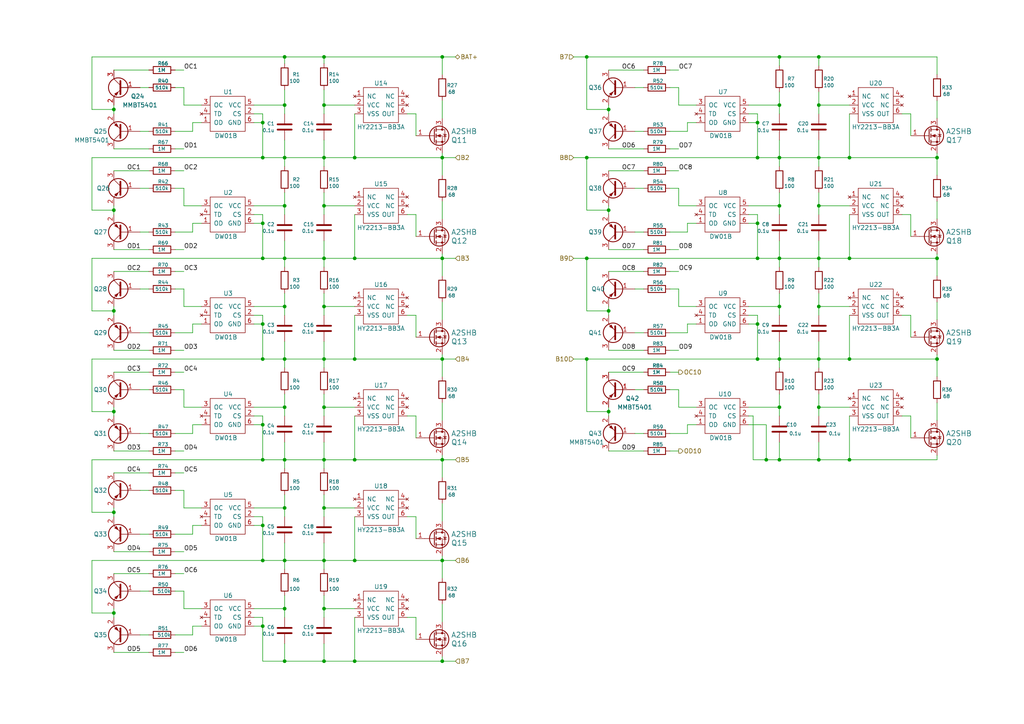
<source format=kicad_sch>
(kicad_sch (version 20230121) (generator eeschema)
  (paper "A4")
  (junction (at 226.06 59.69))
  (junction (at 76.2 74.93))
  (junction (at 82.55 191.77))
  (junction (at 226.06 30.48))
  (junction (at 102.87 104.14))
  (junction (at 82.55 176.53))
  (junction (at 82.55 88.9))
  (junction (at 102.87 74.93))
  (junction (at 219.71 64.77))
  (junction (at 102.87 191.77))
  (junction (at 219.71 74.93))
  (junction (at 33.02 90.17))
  (junction (at 93.98 74.93))
  (junction (at 222.25 133.35))
  (junction (at 237.49 133.35))
  (junction (at 128.27 16.51))
  (junction (at 33.02 119.38))
  (junction (at 76.2 162.56))
  (junction (at 271.78 74.93))
  (junction (at 237.49 104.14))
  (junction (at 176.53 60.96))
  (junction (at 33.02 177.8))
  (junction (at 226.06 104.14))
  (junction (at 226.06 133.35))
  (junction (at 219.71 93.98))
  (junction (at 82.55 59.69))
  (junction (at 102.87 162.56))
  (junction (at 271.78 45.72))
  (junction (at 93.98 191.77))
  (junction (at 93.98 147.32))
  (junction (at 176.53 90.17))
  (junction (at 82.55 16.51))
  (junction (at 93.98 16.51))
  (junction (at 176.53 31.75))
  (junction (at 128.27 162.56))
  (junction (at 76.2 35.56))
  (junction (at 226.06 118.11))
  (junction (at 82.55 162.56))
  (junction (at 82.55 104.14))
  (junction (at 219.71 104.14))
  (junction (at 33.02 31.75))
  (junction (at 237.49 88.9))
  (junction (at 176.53 119.38))
  (junction (at 170.18 16.51))
  (junction (at 33.02 60.96))
  (junction (at 82.55 133.35))
  (junction (at 128.27 74.93))
  (junction (at 76.2 152.4))
  (junction (at 93.98 104.14))
  (junction (at 76.2 93.98))
  (junction (at 246.38 74.93))
  (junction (at 271.78 104.14))
  (junction (at 226.06 45.72))
  (junction (at 219.71 35.56))
  (junction (at 237.49 118.11))
  (junction (at 226.06 16.51))
  (junction (at 82.55 30.48))
  (junction (at 82.55 45.72))
  (junction (at 226.06 74.93))
  (junction (at 76.2 104.14))
  (junction (at 246.38 104.14))
  (junction (at 93.98 118.11))
  (junction (at 237.49 45.72))
  (junction (at 93.98 133.35))
  (junction (at 76.2 64.77))
  (junction (at 246.38 133.35))
  (junction (at 226.06 88.9))
  (junction (at 128.27 191.77))
  (junction (at 93.98 176.53))
  (junction (at 76.2 133.35))
  (junction (at 82.55 118.11))
  (junction (at 93.98 30.48))
  (junction (at 128.27 133.35))
  (junction (at 93.98 45.72))
  (junction (at 102.87 133.35))
  (junction (at 93.98 88.9))
  (junction (at 82.55 74.93))
  (junction (at 237.49 30.48))
  (junction (at 102.87 45.72))
  (junction (at 93.98 59.69))
  (junction (at 76.2 45.72))
  (junction (at 219.71 45.72))
  (junction (at 170.18 45.72))
  (junction (at 93.98 162.56))
  (junction (at 76.2 123.19))
  (junction (at 82.55 147.32))
  (junction (at 170.18 104.14))
  (junction (at 33.02 148.59))
  (junction (at 237.49 16.51))
  (junction (at 128.27 104.14))
  (junction (at 76.2 181.61))
  (junction (at 237.49 74.93))
  (junction (at 246.38 45.72))
  (junction (at 128.27 45.72))
  (junction (at 237.49 59.69))
  (junction (at 170.18 74.93))
  (wire (pts (xy 93.98 55.88) (xy 93.98 59.69)))
  (wire (pts (xy 194.31 20.32) (xy 196.85 20.32)))
  (wire (pts (xy 194.31 25.4) (xy 196.85 25.4)))
  (wire (pts (xy 93.98 114.3) (xy 93.98 118.11)))
  (wire (pts (xy 58.42 35.56) (xy 55.88 35.56)))
  (wire (pts (xy 201.93 93.98) (xy 199.39 93.98)))
  (wire (pts (xy 82.55 48.26) (xy 82.55 45.72)))
  (wire (pts (xy 264.16 39.37) (xy 264.16 33.02)))
  (wire (pts (xy 53.34 54.61) (xy 50.8 54.61)))
  (wire (pts (xy 33.02 90.17) (xy 33.02 88.9)))
  (wire (pts (xy 102.87 191.77) (xy 93.98 191.77)))
  (wire (pts (xy 73.66 59.69) (xy 82.55 59.69)))
  (wire (pts (xy 76.2 35.56) (xy 76.2 45.72)))
  (wire (pts (xy 226.06 133.35) (xy 237.49 133.35)))
  (wire (pts (xy 237.49 30.48) (xy 246.38 30.48)))
  (wire (pts (xy 128.27 102.87) (xy 128.27 104.14)))
  (wire (pts (xy 237.49 16.51) (xy 237.49 19.05)))
  (wire (pts (xy 199.39 64.77) (xy 199.39 67.31)))
  (wire (pts (xy 26.67 104.14) (xy 26.67 119.38)))
  (wire (pts (xy 50.8 107.95) (xy 53.34 107.95)))
  (wire (pts (xy 237.49 55.88) (xy 237.49 59.69)))
  (wire (pts (xy 128.27 191.77) (xy 102.87 191.77)))
  (wire (pts (xy 271.78 16.51) (xy 271.78 21.59)))
  (wire (pts (xy 58.42 123.19) (xy 55.88 123.19)))
  (wire (pts (xy 226.06 88.9) (xy 226.06 91.44)))
  (wire (pts (xy 82.55 30.48) (xy 82.55 33.02)))
  (wire (pts (xy 50.8 25.4) (xy 53.34 25.4)))
  (wire (pts (xy 166.37 104.14) (xy 170.18 104.14)))
  (wire (pts (xy 194.31 72.39) (xy 196.85 72.39)))
  (wire (pts (xy 217.17 118.11) (xy 226.06 118.11)))
  (wire (pts (xy 194.31 43.18) (xy 196.85 43.18)))
  (wire (pts (xy 93.98 104.14) (xy 82.55 104.14)))
  (wire (pts (xy 53.34 25.4) (xy 53.34 30.48)))
  (wire (pts (xy 170.18 90.17) (xy 176.53 90.17)))
  (wire (pts (xy 58.42 152.4) (xy 55.88 152.4)))
  (wire (pts (xy 264.16 91.44) (xy 261.62 91.44)))
  (wire (pts (xy 194.31 96.52) (xy 199.39 96.52)))
  (wire (pts (xy 176.53 60.96) (xy 176.53 62.23)))
  (wire (pts (xy 50.8 189.23) (xy 53.34 189.23)))
  (wire (pts (xy 82.55 16.51) (xy 93.98 16.51)))
  (wire (pts (xy 33.02 177.8) (xy 33.02 179.07)))
  (wire (pts (xy 120.65 68.58) (xy 120.65 62.23)))
  (wire (pts (xy 82.55 143.51) (xy 82.55 147.32)))
  (wire (pts (xy 93.98 30.48) (xy 93.98 33.02)))
  (wire (pts (xy 73.66 147.32) (xy 82.55 147.32)))
  (wire (pts (xy 58.42 64.77) (xy 55.88 64.77)))
  (wire (pts (xy 120.65 120.65) (xy 118.11 120.65)))
  (wire (pts (xy 93.98 191.77) (xy 82.55 191.77)))
  (wire (pts (xy 93.98 99.06) (xy 93.98 104.14)))
  (wire (pts (xy 176.53 107.95) (xy 186.69 107.95)))
  (wire (pts (xy 226.06 99.06) (xy 226.06 104.14)))
  (wire (pts (xy 40.64 154.94) (xy 43.18 154.94)))
  (wire (pts (xy 53.34 171.45) (xy 53.34 176.53)))
  (wire (pts (xy 226.06 30.48) (xy 226.06 33.02)))
  (wire (pts (xy 196.85 54.61) (xy 196.85 59.69)))
  (wire (pts (xy 226.06 118.11) (xy 226.06 120.65)))
  (wire (pts (xy 237.49 59.69) (xy 246.38 59.69)))
  (wire (pts (xy 128.27 190.5) (xy 128.27 191.77)))
  (wire (pts (xy 33.02 119.38) (xy 33.02 120.65)))
  (wire (pts (xy 271.78 58.42) (xy 271.78 63.5)))
  (wire (pts (xy 93.98 74.93) (xy 93.98 77.47)))
  (wire (pts (xy 82.55 176.53) (xy 82.55 179.07)))
  (wire (pts (xy 217.17 35.56) (xy 219.71 35.56)))
  (wire (pts (xy 40.64 96.52) (xy 43.18 96.52)))
  (wire (pts (xy 199.39 35.56) (xy 199.39 38.1)))
  (wire (pts (xy 128.27 74.93) (xy 128.27 80.01)))
  (wire (pts (xy 93.98 157.48) (xy 93.98 162.56)))
  (wire (pts (xy 237.49 30.48) (xy 237.49 33.02)))
  (wire (pts (xy 196.85 113.03) (xy 194.31 113.03)))
  (wire (pts (xy 76.2 64.77) (xy 76.2 74.93)))
  (wire (pts (xy 76.2 149.86) (xy 76.2 152.4)))
  (wire (pts (xy 271.78 74.93) (xy 246.38 74.93)))
  (wire (pts (xy 102.87 162.56) (xy 93.98 162.56)))
  (wire (pts (xy 237.49 128.27) (xy 237.49 133.35)))
  (wire (pts (xy 176.53 119.38) (xy 176.53 118.11)))
  (wire (pts (xy 222.25 123.19) (xy 222.25 133.35)))
  (wire (pts (xy 219.71 64.77) (xy 219.71 74.93)))
  (wire (pts (xy 33.02 90.17) (xy 33.02 91.44)))
  (wire (pts (xy 50.8 101.6) (xy 53.34 101.6)))
  (wire (pts (xy 82.55 165.1) (xy 82.55 162.56)))
  (wire (pts (xy 93.98 40.64) (xy 93.98 45.72)))
  (wire (pts (xy 196.85 25.4) (xy 196.85 30.48)))
  (wire (pts (xy 55.88 93.98) (xy 55.88 96.52)))
  (wire (pts (xy 128.27 29.21) (xy 128.27 34.29)))
  (wire (pts (xy 76.2 33.02) (xy 76.2 35.56)))
  (wire (pts (xy 50.8 43.18) (xy 53.34 43.18)))
  (wire (pts (xy 26.67 119.38) (xy 33.02 119.38)))
  (wire (pts (xy 50.8 166.37) (xy 53.34 166.37)))
  (wire (pts (xy 53.34 88.9) (xy 58.42 88.9)))
  (wire (pts (xy 82.55 157.48) (xy 82.55 162.56)))
  (wire (pts (xy 82.55 147.32) (xy 82.55 149.86)))
  (wire (pts (xy 43.18 67.31) (xy 40.64 67.31)))
  (wire (pts (xy 264.16 68.58) (xy 264.16 62.23)))
  (wire (pts (xy 237.49 74.93) (xy 237.49 77.47)))
  (wire (pts (xy 93.98 186.69) (xy 93.98 191.77)))
  (wire (pts (xy 33.02 78.74) (xy 43.18 78.74)))
  (wire (pts (xy 26.67 162.56) (xy 26.67 177.8)))
  (wire (pts (xy 184.15 54.61) (xy 186.69 54.61)))
  (wire (pts (xy 93.98 59.69) (xy 93.98 62.23)))
  (wire (pts (xy 26.67 133.35) (xy 76.2 133.35)))
  (wire (pts (xy 271.78 73.66) (xy 271.78 74.93)))
  (wire (pts (xy 128.27 104.14) (xy 128.27 109.22)))
  (wire (pts (xy 219.71 62.23) (xy 219.71 64.77)))
  (wire (pts (xy 271.78 116.84) (xy 271.78 121.92)))
  (wire (pts (xy 194.31 125.73) (xy 199.39 125.73)))
  (wire (pts (xy 93.98 88.9) (xy 102.87 88.9)))
  (wire (pts (xy 128.27 58.42) (xy 128.27 63.5)))
  (wire (pts (xy 82.55 55.88) (xy 82.55 59.69)))
  (wire (pts (xy 237.49 106.68) (xy 237.49 104.14)))
  (wire (pts (xy 73.66 62.23) (xy 76.2 62.23)))
  (wire (pts (xy 264.16 120.65) (xy 261.62 120.65)))
  (wire (pts (xy 76.2 133.35) (xy 82.55 133.35)))
  (wire (pts (xy 246.38 33.02) (xy 246.38 45.72)))
  (wire (pts (xy 26.67 162.56) (xy 76.2 162.56)))
  (wire (pts (xy 170.18 74.93) (xy 219.71 74.93)))
  (wire (pts (xy 218.44 133.35) (xy 222.25 133.35)))
  (wire (pts (xy 246.38 133.35) (xy 237.49 133.35)))
  (wire (pts (xy 237.49 16.51) (xy 271.78 16.51)))
  (wire (pts (xy 271.78 74.93) (xy 271.78 80.01)))
  (wire (pts (xy 93.98 106.68) (xy 93.98 104.14)))
  (wire (pts (xy 194.31 83.82) (xy 196.85 83.82)))
  (wire (pts (xy 50.8 78.74) (xy 53.34 78.74)))
  (wire (pts (xy 271.78 133.35) (xy 246.38 133.35)))
  (wire (pts (xy 82.55 16.51) (xy 82.55 18.415)))
  (wire (pts (xy 53.34 30.48) (xy 58.42 30.48)))
  (wire (pts (xy 176.53 20.32) (xy 186.69 20.32)))
  (wire (pts (xy 50.8 20.32) (xy 53.34 20.32)))
  (wire (pts (xy 176.53 90.17) (xy 176.53 91.44)))
  (wire (pts (xy 237.49 69.85) (xy 237.49 74.93)))
  (wire (pts (xy 82.55 99.06) (xy 82.55 104.14)))
  (wire (pts (xy 50.8 83.82) (xy 53.34 83.82)))
  (wire (pts (xy 271.78 87.63) (xy 271.78 92.71)))
  (wire (pts (xy 76.2 104.14) (xy 82.55 104.14)))
  (wire (pts (xy 40.64 113.03) (xy 43.18 113.03)))
  (wire (pts (xy 176.53 60.96) (xy 176.53 59.69)))
  (wire (pts (xy 218.44 120.65) (xy 218.44 133.35)))
  (wire (pts (xy 219.71 93.98) (xy 219.71 104.14)))
  (wire (pts (xy 26.67 104.14) (xy 76.2 104.14)))
  (wire (pts (xy 102.87 133.35) (xy 93.98 133.35)))
  (wire (pts (xy 93.98 143.51) (xy 93.98 147.32)))
  (wire (pts (xy 264.16 127) (xy 264.16 120.65)))
  (wire (pts (xy 246.38 104.14) (xy 237.49 104.14)))
  (wire (pts (xy 128.27 104.14) (xy 102.87 104.14)))
  (wire (pts (xy 226.06 106.68) (xy 226.06 104.14)))
  (wire (pts (xy 194.31 38.1) (xy 199.39 38.1)))
  (wire (pts (xy 33.02 49.53) (xy 43.18 49.53)))
  (wire (pts (xy 53.34 54.61) (xy 53.34 59.69)))
  (wire (pts (xy 246.38 74.93) (xy 246.38 62.23)))
  (wire (pts (xy 226.06 85.09) (xy 226.06 88.9)))
  (wire (pts (xy 176.53 43.18) (xy 186.69 43.18)))
  (wire (pts (xy 93.98 147.32) (xy 93.98 149.86)))
  (wire (pts (xy 176.53 31.75) (xy 176.53 30.48)))
  (wire (pts (xy 271.78 104.14) (xy 271.78 109.22)))
  (wire (pts (xy 93.98 26.035) (xy 93.98 30.48)))
  (wire (pts (xy 55.88 181.61) (xy 55.88 184.15)))
  (wire (pts (xy 186.69 96.52) (xy 184.15 96.52)))
  (wire (pts (xy 93.98 162.56) (xy 82.55 162.56)))
  (wire (pts (xy 50.8 49.53) (xy 53.34 49.53)))
  (wire (pts (xy 26.67 31.75) (xy 33.02 31.75)))
  (wire (pts (xy 73.66 35.56) (xy 76.2 35.56)))
  (wire (pts (xy 93.98 16.51) (xy 128.27 16.51)))
  (wire (pts (xy 170.18 74.93) (xy 170.18 90.17)))
  (wire (pts (xy 76.2 123.19) (xy 76.2 133.35)))
  (wire (pts (xy 33.02 160.02) (xy 43.18 160.02)))
  (wire (pts (xy 26.67 45.72) (xy 26.67 60.96)))
  (wire (pts (xy 40.64 83.82) (xy 43.18 83.82)))
  (wire (pts (xy 55.88 123.19) (xy 55.88 125.73)))
  (wire (pts (xy 73.66 149.86) (xy 76.2 149.86)))
  (wire (pts (xy 128.27 133.35) (xy 102.87 133.35)))
  (wire (pts (xy 55.88 64.77) (xy 55.88 67.31)))
  (wire (pts (xy 128.27 132.08) (xy 128.27 133.35)))
  (wire (pts (xy 102.87 104.14) (xy 93.98 104.14)))
  (wire (pts (xy 166.37 16.51) (xy 170.18 16.51)))
  (wire (pts (xy 170.18 16.51) (xy 170.18 31.75)))
  (wire (pts (xy 73.66 88.9) (xy 82.55 88.9)))
  (wire (pts (xy 82.55 191.77) (xy 76.2 191.77)))
  (wire (pts (xy 271.78 44.45) (xy 271.78 45.72)))
  (wire (pts (xy 26.67 16.51) (xy 82.55 16.51)))
  (wire (pts (xy 237.49 48.26) (xy 237.49 45.72)))
  (wire (pts (xy 50.8 113.03) (xy 53.34 113.03)))
  (wire (pts (xy 120.65 179.07) (xy 118.11 179.07)))
  (wire (pts (xy 93.98 118.11) (xy 102.87 118.11)))
  (wire (pts (xy 237.49 45.72) (xy 226.06 45.72)))
  (wire (pts (xy 128.27 16.51) (xy 132.08 16.51)))
  (wire (pts (xy 33.02 148.59) (xy 33.02 147.32)))
  (wire (pts (xy 93.98 30.48) (xy 102.87 30.48)))
  (wire (pts (xy 55.88 35.56) (xy 55.88 38.1)))
  (wire (pts (xy 128.27 74.93) (xy 132.08 74.93)))
  (wire (pts (xy 237.49 114.3) (xy 237.49 118.11)))
  (wire (pts (xy 184.15 125.73) (xy 186.69 125.73)))
  (wire (pts (xy 53.34 59.69) (xy 58.42 59.69)))
  (wire (pts (xy 33.02 107.95) (xy 43.18 107.95)))
  (wire (pts (xy 40.64 125.73) (xy 43.18 125.73)))
  (wire (pts (xy 196.85 78.74) (xy 194.31 78.74)))
  (wire (pts (xy 26.67 133.35) (xy 26.67 148.59)))
  (wire (pts (xy 50.8 67.31) (xy 55.88 67.31)))
  (wire (pts (xy 226.06 16.51) (xy 237.49 16.51)))
  (wire (pts (xy 170.18 45.72) (xy 170.18 60.96)))
  (wire (pts (xy 50.8 72.39) (xy 53.34 72.39)))
  (wire (pts (xy 76.2 45.72) (xy 82.55 45.72)))
  (wire (pts (xy 26.67 74.93) (xy 76.2 74.93)))
  (wire (pts (xy 237.49 85.09) (xy 237.49 88.9)))
  (wire (pts (xy 128.27 162.56) (xy 128.27 167.64)))
  (wire (pts (xy 217.17 88.9) (xy 226.06 88.9)))
  (wire (pts (xy 33.02 31.75) (xy 33.02 30.48)))
  (wire (pts (xy 102.87 133.35) (xy 102.87 120.65)))
  (wire (pts (xy 226.06 77.47) (xy 226.06 74.93)))
  (wire (pts (xy 128.27 45.72) (xy 132.08 45.72)))
  (wire (pts (xy 219.71 33.02) (xy 219.71 35.56)))
  (wire (pts (xy 226.06 40.64) (xy 226.06 45.72)))
  (wire (pts (xy 26.67 60.96) (xy 33.02 60.96)))
  (wire (pts (xy 33.02 166.37) (xy 43.18 166.37)))
  (wire (pts (xy 73.66 93.98) (xy 76.2 93.98)))
  (wire (pts (xy 50.8 96.52) (xy 55.88 96.52)))
  (wire (pts (xy 73.66 64.77) (xy 76.2 64.77)))
  (wire (pts (xy 128.27 133.35) (xy 128.27 138.43)))
  (wire (pts (xy 170.18 104.14) (xy 219.71 104.14)))
  (wire (pts (xy 128.27 45.72) (xy 102.87 45.72)))
  (wire (pts (xy 226.06 19.05) (xy 226.06 16.51)))
  (wire (pts (xy 93.98 165.1) (xy 93.98 162.56)))
  (wire (pts (xy 82.55 40.64) (xy 82.55 45.72)))
  (wire (pts (xy 93.98 85.09) (xy 93.98 88.9)))
  (wire (pts (xy 33.02 60.96) (xy 33.02 62.23)))
  (wire (pts (xy 50.8 38.1) (xy 55.88 38.1)))
  (wire (pts (xy 128.27 87.63) (xy 128.27 92.71)))
  (wire (pts (xy 73.66 120.65) (xy 76.2 120.65)))
  (wire (pts (xy 33.02 72.39) (xy 43.18 72.39)))
  (wire (pts (xy 120.65 127) (xy 120.65 120.65)))
  (wire (pts (xy 50.8 171.45) (xy 53.34 171.45)))
  (wire (pts (xy 128.27 191.77) (xy 132.08 191.77)))
  (wire (pts (xy 176.53 119.38) (xy 176.53 120.65)))
  (wire (pts (xy 196.85 30.48) (xy 201.93 30.48)))
  (wire (pts (xy 176.53 90.17) (xy 176.53 88.9)))
  (wire (pts (xy 50.8 160.02) (xy 53.34 160.02)))
  (wire (pts (xy 73.66 123.19) (xy 76.2 123.19)))
  (wire (pts (xy 219.71 91.44) (xy 219.71 93.98)))
  (wire (pts (xy 194.31 130.81) (xy 196.85 130.81)))
  (wire (pts (xy 128.27 104.14) (xy 132.08 104.14)))
  (wire (pts (xy 176.53 78.74) (xy 186.69 78.74)))
  (wire (pts (xy 219.71 74.93) (xy 226.06 74.93)))
  (wire (pts (xy 271.78 132.08) (xy 271.78 133.35)))
  (wire (pts (xy 128.27 45.72) (xy 128.27 50.8)))
  (wire (pts (xy 196.85 88.9) (xy 201.93 88.9)))
  (wire (pts (xy 128.27 175.26) (xy 128.27 180.34)))
  (wire (pts (xy 82.55 69.85) (xy 82.55 74.93)))
  (wire (pts (xy 93.98 118.11) (xy 93.98 120.65)))
  (wire (pts (xy 102.87 74.93) (xy 93.98 74.93)))
  (wire (pts (xy 271.78 102.87) (xy 271.78 104.14)))
  (wire (pts (xy 128.27 74.93) (xy 102.87 74.93)))
  (wire (pts (xy 226.06 114.3) (xy 226.06 118.11)))
  (wire (pts (xy 93.98 45.72) (xy 82.55 45.72)))
  (wire (pts (xy 120.65 39.37) (xy 120.65 33.02)))
  (wire (pts (xy 226.06 45.72) (xy 226.06 48.26)))
  (wire (pts (xy 102.87 45.72) (xy 102.87 33.02)))
  (wire (pts (xy 237.49 26.67) (xy 237.49 30.48)))
  (wire (pts (xy 50.8 142.24) (xy 53.34 142.24)))
  (wire (pts (xy 53.34 118.11) (xy 58.42 118.11)))
  (wire (pts (xy 246.38 133.35) (xy 246.38 120.65)))
  (wire (pts (xy 186.69 38.1) (xy 184.15 38.1)))
  (wire (pts (xy 33.02 137.16) (xy 43.18 137.16)))
  (wire (pts (xy 33.02 130.81) (xy 43.18 130.81)))
  (wire (pts (xy 264.16 33.02) (xy 261.62 33.02)))
  (wire (pts (xy 73.66 91.44) (xy 76.2 91.44)))
  (wire (pts (xy 33.02 177.8) (xy 33.02 176.53)))
  (wire (pts (xy 33.02 31.75) (xy 33.02 33.02)))
  (wire (pts (xy 93.98 45.72) (xy 93.98 48.26)))
  (wire (pts (xy 58.42 93.98) (xy 55.88 93.98)))
  (wire (pts (xy 128.27 162.56) (xy 102.87 162.56)))
  (wire (pts (xy 120.65 33.02) (xy 118.11 33.02)))
  (wire (pts (xy 237.49 88.9) (xy 237.49 91.44)))
  (wire (pts (xy 33.02 148.59) (xy 33.02 149.86)))
  (wire (pts (xy 26.67 148.59) (xy 33.02 148.59)))
  (wire (pts (xy 82.55 118.11) (xy 82.55 120.65)))
  (wire (pts (xy 194.31 54.61) (xy 196.85 54.61)))
  (wire (pts (xy 82.55 85.09) (xy 82.55 88.9)))
  (wire (pts (xy 199.39 123.19) (xy 199.39 125.73)))
  (wire (pts (xy 73.66 152.4) (xy 76.2 152.4)))
  (wire (pts (xy 246.38 74.93) (xy 237.49 74.93)))
  (wire (pts (xy 82.55 59.69) (xy 82.55 62.23)))
  (wire (pts (xy 219.71 35.56) (xy 219.71 45.72)))
  (wire (pts (xy 93.98 133.35) (xy 82.55 133.35)))
  (wire (pts (xy 40.64 38.1) (xy 43.18 38.1)))
  (wire (pts (xy 176.53 130.81) (xy 186.69 130.81)))
  (wire (pts (xy 184.15 25.4) (xy 186.69 25.4)))
  (wire (pts (xy 166.37 74.93) (xy 170.18 74.93)))
  (wire (pts (xy 43.18 54.61) (xy 40.64 54.61)))
  (wire (pts (xy 26.67 74.93) (xy 26.67 90.17)))
  (wire (pts (xy 93.98 128.27) (xy 93.98 133.35)))
  (wire (pts (xy 222.25 133.35) (xy 226.06 133.35)))
  (wire (pts (xy 120.65 156.21) (xy 120.65 149.86)))
  (wire (pts (xy 53.34 147.32) (xy 58.42 147.32)))
  (wire (pts (xy 82.55 26.035) (xy 82.55 30.48)))
  (wire (pts (xy 271.78 45.72) (xy 271.78 50.8)))
  (wire (pts (xy 26.67 177.8) (xy 33.02 177.8)))
  (wire (pts (xy 73.66 181.61) (xy 76.2 181.61)))
  (wire (pts (xy 176.53 49.53) (xy 186.69 49.53)))
  (wire (pts (xy 76.2 74.93) (xy 82.55 74.93)))
  (wire (pts (xy 102.87 74.93) (xy 102.87 62.23)))
  (wire (pts (xy 33.02 101.6) (xy 43.18 101.6)))
  (wire (pts (xy 53.34 113.03) (xy 53.34 118.11)))
  (wire (pts (xy 82.55 172.72) (xy 82.55 176.53)))
  (wire (pts (xy 93.98 172.72) (xy 93.98 176.53)))
  (wire (pts (xy 76.2 120.65) (xy 76.2 123.19)))
  (wire (pts (xy 93.98 74.93) (xy 82.55 74.93)))
  (wire (pts (xy 53.34 142.24) (xy 53.34 147.32)))
  (wire (pts (xy 201.93 123.19) (xy 199.39 123.19)))
  (wire (pts (xy 50.8 125.73) (xy 55.88 125.73)))
  (wire (pts (xy 40.64 25.4) (xy 43.18 25.4)))
  (wire (pts (xy 217.17 33.02) (xy 219.71 33.02)))
  (wire (pts (xy 196.85 83.82) (xy 196.85 88.9)))
  (wire (pts (xy 120.65 149.86) (xy 118.11 149.86)))
  (wire (pts (xy 184.15 67.31) (xy 186.69 67.31)))
  (wire (pts (xy 120.65 62.23) (xy 118.11 62.23)))
  (wire (pts (xy 33.02 189.23) (xy 43.18 189.23)))
  (wire (pts (xy 128.27 73.66) (xy 128.27 74.93)))
  (wire (pts (xy 271.78 29.21) (xy 271.78 34.29)))
  (wire (pts (xy 26.67 45.72) (xy 76.2 45.72)))
  (wire (pts (xy 73.66 33.02) (xy 76.2 33.02)))
  (wire (pts (xy 217.17 120.65) (xy 218.44 120.65)))
  (wire (pts (xy 217.17 59.69) (xy 226.06 59.69)))
  (wire (pts (xy 217.17 62.23) (xy 219.71 62.23)))
  (wire (pts (xy 271.78 104.14) (xy 246.38 104.14)))
  (wire (pts (xy 194.31 107.95) (xy 196.85 107.95)))
  (wire (pts (xy 226.06 26.67) (xy 226.06 30.48)))
  (wire (pts (xy 176.53 31.75) (xy 176.53 33.02)))
  (wire (pts (xy 196.85 118.11) (xy 201.93 118.11)))
  (wire (pts (xy 93.98 135.89) (xy 93.98 133.35)))
  (wire (pts (xy 176.53 101.6) (xy 186.69 101.6)))
  (wire (pts (xy 58.42 181.61) (xy 55.88 181.61)))
  (wire (pts (xy 196.85 59.69) (xy 201.93 59.69)))
  (wire (pts (xy 176.53 72.39) (xy 186.69 72.39)))
  (wire (pts (xy 128.27 133.35) (xy 132.08 133.35)))
  (wire (pts (xy 82.55 106.68) (xy 82.55 104.14)))
  (wire (pts (xy 76.2 62.23) (xy 76.2 64.77)))
  (wire (pts (xy 53.34 176.53) (xy 58.42 176.53)))
  (wire (pts (xy 33.02 119.38) (xy 33.02 118.11)))
  (wire (pts (xy 33.02 43.18) (xy 43.18 43.18)))
  (wire (pts (xy 166.37 45.72) (xy 170.18 45.72)))
  (wire (pts (xy 82.55 186.69) (xy 82.55 191.77)))
  (wire (pts (xy 184.15 83.82) (xy 186.69 83.82)))
  (wire (pts (xy 237.49 118.11) (xy 246.38 118.11)))
  (wire (pts (xy 170.18 16.51) (xy 226.06 16.51)))
  (wire (pts (xy 226.06 128.27) (xy 226.06 133.35)))
  (wire (pts (xy 217.17 123.19) (xy 222.25 123.19)))
  (wire (pts (xy 55.88 152.4) (xy 55.88 154.94)))
  (wire (pts (xy 226.06 59.69) (xy 226.06 62.23)))
  (wire (pts (xy 50.8 130.81) (xy 53.34 130.81)))
  (wire (pts (xy 26.67 16.51) (xy 26.67 31.75)))
  (wire (pts (xy 120.65 91.44) (xy 118.11 91.44)))
  (wire (pts (xy 93.98 147.32) (xy 102.87 147.32)))
  (wire (pts (xy 53.34 83.82) (xy 53.34 88.9)))
  (wire (pts (xy 217.17 91.44) (xy 219.71 91.44)))
  (wire (pts (xy 40.64 171.45) (xy 43.18 171.45)))
  (wire (pts (xy 93.98 176.53) (xy 93.98 179.07)))
  (wire (pts (xy 170.18 104.14) (xy 170.18 119.38)))
  (wire (pts (xy 128.27 44.45) (xy 128.27 45.72)))
  (wire (pts (xy 120.65 97.79) (xy 120.65 91.44)))
  (wire (pts (xy 246.38 104.14) (xy 246.38 91.44)))
  (wire (pts (xy 93.98 176.53) (xy 102.87 176.53)))
  (wire (pts (xy 196.85 113.03) (xy 196.85 118.11)))
  (wire (pts (xy 219.71 45.72) (xy 226.06 45.72)))
  (wire (pts (xy 50.8 154.94) (xy 55.88 154.94)))
  (wire (pts (xy 82.55 88.9) (xy 82.55 91.44)))
  (wire (pts (xy 93.98 18.415) (xy 93.98 16.51)))
  (wire (pts (xy 82.55 114.3) (xy 82.55 118.11)))
  (wire (pts (xy 246.38 45.72) (xy 237.49 45.72)))
  (wire (pts (xy 184.15 113.03) (xy 186.69 113.03)))
  (wire (pts (xy 50.8 137.16) (xy 53.34 137.16)))
  (wire (pts (xy 217.17 30.48) (xy 226.06 30.48)))
  (wire (pts (xy 170.18 45.72) (xy 219.71 45.72)))
  (wire (pts (xy 82.55 128.27) (xy 82.55 133.35)))
  (wire (pts (xy 194.31 101.6) (xy 196.85 101.6)))
  (wire (pts (xy 217.17 64.77) (xy 219.71 64.77)))
  (wire (pts (xy 170.18 60.96) (xy 176.53 60.96)))
  (wire (pts (xy 93.98 59.69) (xy 102.87 59.69)))
  (wire (pts (xy 128.27 16.51) (xy 128.27 21.59)))
  (wire (pts (xy 237.49 99.06) (xy 237.49 104.14)))
  (wire (pts (xy 40.64 184.15) (xy 43.18 184.15)))
  (wire (pts (xy 128.27 116.84) (xy 128.27 121.92)))
  (wire (pts (xy 102.87 191.77) (xy 102.87 179.07)))
  (wire (pts (xy 76.2 179.07) (xy 76.2 181.61)))
  (wire (pts (xy 73.66 30.48) (xy 82.55 30.48)))
  (wire (pts (xy 226.06 69.85) (xy 226.06 74.93)))
  (wire (pts (xy 128.27 146.05) (xy 128.27 151.13)))
  (wire (pts (xy 73.66 179.07) (xy 76.2 179.07)))
  (wire (pts (xy 264.16 62.23) (xy 261.62 62.23)))
  (wire (pts (xy 237.49 59.69) (xy 237.49 62.23)))
  (wire (pts (xy 102.87 45.72) (xy 93.98 45.72)))
  (wire (pts (xy 170.18 119.38) (xy 176.53 119.38)))
  (wire (pts (xy 170.18 31.75) (xy 176.53 31.75)))
  (wire (pts (xy 226.06 55.88) (xy 226.06 59.69)))
  (wire (pts (xy 50.8 184.15) (xy 55.88 184.15)))
  (wire (pts (xy 226.06 104.14) (xy 219.71 104.14)))
  (wire (pts (xy 76.2 91.44) (xy 76.2 93.98)))
  (wire (pts (xy 194.31 49.53) (xy 196.85 49.53)))
  (wire (pts (xy 237.49 88.9) (xy 246.38 88.9)))
  (wire (pts (xy 76.2 181.61) (xy 76.2 191.77)))
  (wire (pts (xy 271.78 45.72) (xy 246.38 45.72)))
  (wire (pts (xy 128.27 162.56) (xy 132.08 162.56)))
  (wire (pts (xy 73.66 118.11) (xy 82.55 118.11)))
  (wire (pts (xy 33.02 60.96) (xy 33.02 59.69)))
  (wire (pts (xy 40.64 142.24) (xy 43.18 142.24)))
  (wire (pts (xy 73.66 176.53) (xy 82.55 176.53)))
  (wire (pts (xy 237.49 74.93) (xy 226.06 74.93)))
  (wire (pts (xy 76.2 152.4) (xy 76.2 162.56)))
  (wire (pts (xy 199.39 93.98) (xy 199.39 96.52)))
  (wire (pts (xy 102.87 104.14) (xy 102.87 91.44)))
  (wire (pts (xy 76.2 93.98) (xy 76.2 104.14)))
  (wire (pts (xy 33.02 20.32) (xy 43.18 20.32)))
  (wire (pts (xy 26.67 90.17) (xy 33.02 90.17)))
  (wire (pts (xy 237.49 40.64) (xy 237.49 45.72)))
  (wire (pts (xy 237.49 104.14) (xy 226.06 104.14)))
  (wire (pts (xy 237.49 118.11) (xy 237.49 120.65)))
  (wire (pts (xy 217.17 93.98) (xy 219.71 93.98)))
  (wire (pts (xy 128.27 161.29) (xy 128.27 162.56)))
  (wire (pts (xy 93.98 88.9) (xy 93.98 91.44)))
  (wire (pts (xy 93.98 69.85) (xy 93.98 74.93)))
  (wire (pts (xy 264.16 97.79) (xy 264.16 91.44)))
  (wire (pts (xy 120.65 185.42) (xy 120.65 179.07)))
  (wire (pts (xy 201.93 64.77) (xy 199.39 64.77)))
  (wire (pts (xy 82.55 162.56) (xy 76.2 162.56)))
  (wire (pts (xy 82.55 135.89) (xy 82.55 133.35)))
  (wire (pts (xy 194.31 67.31) (xy 199.39 67.31)))
  (wire (pts (xy 201.93 35.56) (xy 199.39 35.56)))
  (wire (pts (xy 82.55 77.47) (xy 82.55 74.93)))
  (wire (pts (xy 102.87 162.56) (xy 102.87 149.86)))
  (label "OC4" (at 36.83 137.16 0))
  (label "OC6" (at 53.34 166.37 0))
  (label "OD4" (at 36.83 160.02 0))
  (label "OD3" (at 36.83 130.81 0))
  (label "OC8" (at 180.34 78.74 0))
  (label "OC6" (at 180.34 20.32 0))
  (label "OC3" (at 53.34 78.74 0))
  (label "OC8" (at 196.85 49.53 0))
  (label "OD9" (at 180.34 130.81 0))
  (label "OC1" (at 36.83 49.53 0))
  (label "OC2" (at 53.34 49.53 0))
  (label "OD4" (at 53.34 130.81 0))
  (label "OC2" (at 36.83 78.74 0))
  (label "OC7" (at 180.34 49.53 0))
  (label "OC1" (at 53.34 20.32 0))
  (label "OD3" (at 53.34 101.6 0))
  (label "OC4" (at 53.34 107.95 0))
  (label "OD2" (at 36.83 101.6 0))
  (label "OD2" (at 53.34 72.39 0))
  (label "OD7" (at 196.85 43.18 0))
  (label "OD6" (at 53.34 189.23 0))
  (label "OC9" (at 180.34 107.95 0))
  (label "OD1" (at 36.83 72.39 0))
  (label "OD7" (at 180.34 72.39 0))
  (label "OC3" (at 36.83 107.95 0))
  (label "OD1" (at 53.34 43.18 0))
  (label "OC5" (at 36.83 166.37 0))
  (label "OC9" (at 196.85 78.74 0))
  (label "OC5" (at 53.34 137.16 0))
  (label "OD5" (at 53.34 160.02 0))
  (label "OD5" (at 36.83 189.23 0))
  (label "OD8" (at 180.34 101.6 0))
  (label "OD6" (at 180.34 43.18 0))
  (label "OD8" (at 196.85 72.39 0))
  (label "OD9" (at 196.85 101.6 0))
  (label "OC7" (at 196.85 20.32 0))
  (hierarchical_label "B10" (shape input) (at 166.37 104.14 180))
  (hierarchical_label "B8" (shape input) (at 166.37 45.72 180))
  (hierarchical_label "B7" (shape input) (at 166.37 16.51 180))
  (hierarchical_label "B3" (shape input) (at 132.08 74.93 0))
  (hierarchical_label "OC10" (shape output) (at 196.85 107.95 0))
  (hierarchical_label "B2" (shape input) (at 132.08 45.72 0))
  (hierarchical_label "B5" (shape input) (at 132.08 133.35 0))
  (hierarchical_label "BAT+" (shape bidirectional) (at 132.08 16.51 0))
  (hierarchical_label "B4" (shape input) (at 132.08 104.14 0))
  (hierarchical_label "OD10" (shape output) (at 196.85 130.81 0))
  (hierarchical_label "B9" (shape input) (at 166.37 74.93 180))
  (hierarchical_label "B7" (shape input) (at 132.08 191.77 0))
  (hierarchical_label "B6" (shape input) (at 132.08 162.56 0))
  (symbol (lib_id "bms:DW01") (at 66.04 40.64 0) (unit 1)
    (property "Reference" "U1" (at 64.77 26.67 0) (effects (justify left)))
    (property "Value" "DW01B" (at 62.23 39.37 0) (effects (justify left)))
    (property "Footprint" "Package_TO_SOT_SMD:SOT-23-6" (effects hide))
    (instances (project "eboardx_bms" (path "" (reference "U1") (unit 1)) (path "" (reference "U?") (unit 1))))
  )
  (symbol (lib_id "Device:R") (at 93.98 22.225 0) (mirror y) (unit 1)
    (property "Reference" "R14" (at 98.425 21.59 0) (effects (font (size 1.016 1.016)) (justify left)))
    (property "Value" "100" (at 98.425 23.495 0) (effects (font (size 1.016 1.016)) (justify left)))
    (property "Footprint" "Resistor_SMD:R_0603_1608Metric" (effects hide))
    (property "Label" "101" (effects hide))
    (instances (project "eboardx_bms" (path "" (reference "R14") (unit 1)) (path "" (reference "R?") (unit 1))))
  )
  (symbol (lib_id "Device:C") (at 93.98 36.83 0) (mirror y) (unit 1)
    (property "Reference" "C14" (at 91.059 35.8648 0) (effects (font (size 1.016 1.016)) (justify left)))
    (property "Value" "0.1u" (at 91.059 37.7952 0) (effects (font (size 1.016 1.016)) (justify left)))
    (property "Footprint" "Capacitor_SMD:C_0603_1608Metric" (effects hide))
    (instances (project "eboardx_bms" (path "" (reference "C14") (unit 1)) (path "" (reference "C?") (unit 1))))
  )
  (symbol (lib_id "bms:HY2213-xxxA") (at 110.49 38.1 0) (unit 1)
    (property "Reference" "U14" (at 110.49 24.13 0))
    (property "Value" "HY2213-BB3A" (at 110.49 36.83 0))
    (property "Footprint" "Package_TO_SOT_SMD:SOT-23-6" (effects hide))
    (instances (project "eboardx_bms" (path "" (reference "U14") (unit 1)) (path "" (reference "U?") (unit 1))))
  )
  (symbol (lib_id "Device:Q_NMOS_GSD") (at 125.73 39.37 0) (unit 1)
    (property "Reference" "Q11" (at 130.81 40.64 0) (effects (font (size 1.524 1.524)) (justify left)))
    (property "Value" "A2SHB" (at 130.81 38.1 0) (effects (font (size 1.524 1.524)) (justify left)))
    (property "Footprint" "Package_TO_SOT_SMD:SOT-23" (effects hide))
    (instances (project "eboardx_bms" (path "" (reference "Q11") (unit 1)) (path "" (reference "Q?") (unit 1))))
  )
  (symbol (lib_id "Device:R") (at 128.27 25.4 0) (mirror y) (unit 1)
    (property "Reference" "R27" (at 132.715 24.765 0) (effects (font (size 1.016 1.016)) (justify left)))
    (property "Value" "68" (at 132.08 26.67 0) (effects (font (size 1.016 1.016)) (justify left)))
    (property "Footprint" "Resistor_SMD:R_2512_6332Metric" (effects hide))
    (property "Label" "680" (effects hide))
    (instances (project "eboardx_bms" (path "" (reference "R27") (unit 1)) (path "" (reference "R?") (unit 1))))
  )
  (symbol (lib_id "Device:Q_PNP_BEC") (at 35.56 25.4 0) (mirror y) (unit 1)
    (property "Reference" "Q24" (at 41.91 27.94 0) (effects (justify left)))
    (property "Value" "MMBT5401" (at 45.72 30.48 0) (effects (justify left)))
    (property "Footprint" "Package_TO_SOT_SMD:SOT-23" (effects hide))
    (instances (project "eboardx_bms" (path "" (reference "Q24") (unit 1)) (path "" (reference "Q?") (unit 1))))
  )
  (symbol (lib_id "Device:R") (at 82.55 22.225 0) (mirror y) (unit 1)
    (property "Reference" "R1" (at 86.995 21.59 0) (effects (font (size 1.016 1.016)) (justify left)))
    (property "Value" "100" (at 86.995 23.495 0) (effects (font (size 1.016 1.016)) (justify left)))
    (property "Footprint" "Resistor_SMD:R_0603_1608Metric" (effects hide))
    (property "Label" "101" (effects hide))
    (instances (project "eboardx_bms" (path "" (reference "R1") (unit 1)) (path "" (reference "R?") (unit 1))))
  )
  (symbol (lib_id "Device:C") (at 82.55 36.83 0) (mirror y) (unit 1)
    (property "Reference" "C1" (at 79.629 35.8648 0) (effects (font (size 1.016 1.016)) (justify left)))
    (property "Value" "0.1u" (at 79.629 37.7952 0) (effects (font (size 1.016 1.016)) (justify left)))
    (property "Footprint" "Capacitor_SMD:C_0603_1608Metric" (effects hide))
    (instances (project "eboardx_bms" (path "" (reference "C1") (unit 1)) (path "" (reference "C?") (unit 1))))
  )
  (symbol (lib_id "Device:Q_PNP_BEC") (at 35.56 38.1 180) (unit 1)
    (property "Reference" "Q25" (at 31.115 38.1 0) (effects (justify left)))
    (property "Value" "MMBT5401" (at 31.75 40.64 0) (effects (justify left)))
    (property "Footprint" "Package_TO_SOT_SMD:SOT-23" (effects hide))
    (instances (project "eboardx_bms" (path "" (reference "Q25") (unit 1)) (path "" (reference "Q?") (unit 1))))
  )
  (symbol (lib_id "Device:R") (at 46.99 38.1 90) (unit 1)
    (property "Reference" "R41" (at 48.895 36.195 90) (effects (font (size 1.016 1.016)) (justify left)))
    (property "Value" "510k" (at 48.895 38.1 90) (effects (font (size 1.016 1.016)) (justify left)))
    (property "Footprint" "Resistor_SMD:R_0603_1608Metric" (effects hide))
    (property "Label" "514" (effects hide))
    (instances (project "eboardx_bms" (path "" (reference "R41") (unit 1)) (path "" (reference "R?") (unit 1))))
  )
  (symbol (lib_id "Device:R") (at 46.99 25.4 90) (unit 1)
    (property "Reference" "R40" (at 48.895 23.495 90) (effects (font (size 1.016 1.016)) (justify left)))
    (property "Value" "510k" (at 48.895 25.4 90) (effects (font (size 1.016 1.016)) (justify left)))
    (property "Footprint" "Resistor_SMD:R_0603_1608Metric" (effects hide))
    (property "Label" "514" (effects hide))
    (instances (project "eboardx_bms" (path "" (reference "R40") (unit 1)) (path "" (reference "R?") (unit 1))))
  )
  (symbol (lib_id "Device:R") (at 46.99 20.32 270) (mirror x) (unit 1)
    (property "Reference" "R66" (at 45.72 18.415 90) (effects (font (size 1.016 1.016)) (justify left)))
    (property "Value" "1M" (at 45.72 20.32 90) (effects (font (size 1.016 1.016)) (justify left)))
    (property "Footprint" "Resistor_SMD:R_0603_1608Metric" (effects hide))
    (property "Label" "105" (effects hide))
    (instances (project "eboardx_bms" (path "" (reference "R66") (unit 1)) (path "" (reference "R?") (unit 1))))
  )
  (symbol (lib_id "Device:R") (at 46.99 43.18 270) (mirror x) (unit 1)
    (property "Reference" "R67" (at 45.72 41.275 90) (effects (font (size 1.016 1.016)) (justify left)))
    (property "Value" "1M" (at 45.72 43.18 90) (effects (font (size 1.016 1.016)) (justify left)))
    (property "Footprint" "Resistor_SMD:R_0603_1608Metric" (effects hide))
    (property "Label" "105" (effects hide))
    (instances (project "eboardx_bms" (path "" (reference "R67") (unit 1)) (path "" (reference "R?") (unit 1))))
  )
  (symbol (lib_id "bms:DW01") (at 66.04 69.85 0) (unit 1)
    (property "Reference" "U2" (at 64.77 55.88 0) (effects (justify left)))
    (property "Value" "DW01B" (at 62.23 68.58 0) (effects (justify left)))
    (property "Footprint" "Package_TO_SOT_SMD:SOT-23-6" (effects hide))
    (instances (project "eboardx_bms" (path "" (reference "U2") (unit 1)) (path "" (reference "U?") (unit 1))))
  )
  (symbol (lib_id "Device:R") (at 93.98 52.07 0) (mirror y) (unit 1)
    (property "Reference" "R15" (at 98.425 52.07 0) (effects (font (size 1.016 1.016)) (justify left)))
    (property "Value" "100" (at 98.425 53.975 0) (effects (font (size 1.016 1.016)) (justify left)))
    (property "Footprint" "Resistor_SMD:R_0603_1608Metric" (effects hide))
    (property "Label" "101" (effects hide))
    (instances (project "eboardx_bms" (path "" (reference "R15") (unit 1)) (path "" (reference "R?") (unit 1))))
  )
  (symbol (lib_id "Device:C") (at 93.98 66.04 0) (mirror y) (unit 1)
    (property "Reference" "C15" (at 91.059 65.0748 0) (effects (font (size 1.016 1.016)) (justify left)))
    (property "Value" "0.1u" (at 91.059 67.0052 0) (effects (font (size 1.016 1.016)) (justify left)))
    (property "Footprint" "Capacitor_SMD:C_0603_1608Metric" (effects hide))
    (instances (project "eboardx_bms" (path "" (reference "C15") (unit 1)) (path "" (reference "C?") (unit 1))))
  )
  (symbol (lib_id "bms:HY2213-xxxA") (at 110.49 67.31 0) (unit 1)
    (property "Reference" "U15" (at 110.49 53.34 0))
    (property "Value" "HY2213-BB3A" (at 110.49 66.04 0))
    (property "Footprint" "Package_TO_SOT_SMD:SOT-23-6" (effects hide))
    (instances (project "eboardx_bms" (path "" (reference "U15") (unit 1)) (path "" (reference "U?") (unit 1))))
  )
  (symbol (lib_id "Device:Q_NMOS_GSD") (at 125.73 68.58 0) (unit 1)
    (property "Reference" "Q12" (at 130.81 69.85 0) (effects (font (size 1.524 1.524)) (justify left)))
    (property "Value" "A2SHB" (at 130.81 67.31 0) (effects (font (size 1.524 1.524)) (justify left)))
    (property "Footprint" "Package_TO_SOT_SMD:SOT-23" (effects hide))
    (instances (project "eboardx_bms" (path "" (reference "Q12") (unit 1)) (path "" (reference "Q?") (unit 1))))
  )
  (symbol (lib_id "Device:R") (at 128.27 54.61 0) (mirror y) (unit 1)
    (property "Reference" "R28" (at 132.715 54.61 0) (effects (font (size 1.016 1.016)) (justify left)))
    (property "Value" "68" (at 132.08 56.515 0) (effects (font (size 1.016 1.016)) (justify left)))
    (property "Footprint" "Resistor_SMD:R_2512_6332Metric" (effects hide))
    (property "Label" "680" (effects hide))
    (instances (project "eboardx_bms" (path "" (reference "R28") (unit 1)) (path "" (reference "R?") (unit 1))))
  )
  (symbol (lib_id "Device:Q_PNP_BEC") (at 35.56 54.61 0) (mirror y) (unit 1)
    (property "Reference" "Q26" (at 31.9786 54.61 0) (effects (justify left)))
    (property "Value" "MMBT5401" (effects hide))
    (property "Footprint" "Package_TO_SOT_SMD:SOT-23" (effects hide))
    (instances (project "eboardx_bms" (path "" (reference "Q26") (unit 1)) (path "" (reference "Q?") (unit 1))))
  )
  (symbol (lib_id "Device:R") (at 82.55 52.07 0) (mirror y) (unit 1)
    (property "Reference" "R2" (at 86.995 52.07 0) (effects (font (size 1.016 1.016)) (justify left)))
    (property "Value" "100" (at 86.995 53.975 0) (effects (font (size 1.016 1.016)) (justify left)))
    (property "Footprint" "Resistor_SMD:R_0603_1608Metric" (effects hide))
    (property "Label" "101" (effects hide))
    (instances (project "eboardx_bms" (path "" (reference "R2") (unit 1)) (path "" (reference "R?") (unit 1))))
  )
  (symbol (lib_id "Device:C") (at 82.55 66.04 0) (mirror y) (unit 1)
    (property "Reference" "C2" (at 79.629 65.0748 0) (effects (font (size 1.016 1.016)) (justify left)))
    (property "Value" "0.1u" (at 79.629 67.0052 0) (effects (font (size 1.016 1.016)) (justify left)))
    (property "Footprint" "Capacitor_SMD:C_0603_1608Metric" (effects hide))
    (instances (project "eboardx_bms" (path "" (reference "C2") (unit 1)) (path "" (reference "C?") (unit 1))))
  )
  (symbol (lib_id "Device:Q_PNP_BEC") (at 35.56 67.31 180) (unit 1)
    (property "Reference" "Q27" (at 31.115 67.31 0) (effects (justify left)))
    (property "Value" "MMBT5401" (effects hide))
    (property "Footprint" "Package_TO_SOT_SMD:SOT-23" (effects hide))
    (instances (project "eboardx_bms" (path "" (reference "Q27") (unit 1)) (path "" (reference "Q?") (unit 1))))
  )
  (symbol (lib_id "Device:R") (at 46.99 67.31 90) (unit 1)
    (property "Reference" "R43" (at 48.895 65.405 90) (effects (font (size 1.016 1.016)) (justify left)))
    (property "Value" "510k" (at 48.895 67.31 90) (effects (font (size 1.016 1.016)) (justify left)))
    (property "Footprint" "Resistor_SMD:R_0603_1608Metric" (effects hide))
    (property "Label" "514" (effects hide))
    (instances (project "eboardx_bms" (path "" (reference "R43") (unit 1)) (path "" (reference "R?") (unit 1))))
  )
  (symbol (lib_id "Device:R") (at 46.99 54.61 90) (unit 1)
    (property "Reference" "R42" (at 48.895 52.705 90) (effects (font (size 1.016 1.016)) (justify left)))
    (property "Value" "510k" (at 48.895 54.61 90) (effects (font (size 1.016 1.016)) (justify left)))
    (property "Footprint" "Resistor_SMD:R_0603_1608Metric" (effects hide))
    (property "Label" "514" (effects hide))
    (instances (project "eboardx_bms" (path "" (reference "R42") (unit 1)) (path "" (reference "R?") (unit 1))))
  )
  (symbol (lib_id "Device:R") (at 46.99 49.53 270) (mirror x) (unit 1)
    (property "Reference" "R68" (at 45.72 47.625 90) (effects (font (size 1.016 1.016)) (justify left)))
    (property "Value" "1M" (at 45.72 49.53 90) (effects (font (size 1.016 1.016)) (justify left)))
    (property "Footprint" "Resistor_SMD:R_0603_1608Metric" (effects hide))
    (property "Label" "105" (effects hide))
    (instances (project "eboardx_bms" (path "" (reference "R68") (unit 1)) (path "" (reference "R?") (unit 1))))
  )
  (symbol (lib_id "Device:R") (at 46.99 72.39 270) (mirror x) (unit 1)
    (property "Reference" "R69" (at 45.72 70.485 90) (effects (font (size 1.016 1.016)) (justify left)))
    (property "Value" "1M" (at 45.72 72.39 90) (effects (font (size 1.016 1.016)) (justify left)))
    (property "Footprint" "Resistor_SMD:R_0603_1608Metric" (effects hide))
    (property "Label" "105" (effects hide))
    (instances (project "eboardx_bms" (path "" (reference "R69") (unit 1)) (path "" (reference "R?") (unit 1))))
  )
  (symbol (lib_id "bms:DW01") (at 66.04 99.06 0) (unit 1)
    (property "Reference" "U3" (at 64.77 85.09 0) (effects (justify left)))
    (property "Value" "DW01B" (at 62.23 97.79 0) (effects (justify left)))
    (property "Footprint" "Package_TO_SOT_SMD:SOT-23-6" (effects hide))
    (instances (project "eboardx_bms" (path "" (reference "U3") (unit 1)) (path "" (reference "U?") (unit 1))))
  )
  (symbol (lib_id "Device:R") (at 93.98 81.28 0) (mirror y) (unit 1)
    (property "Reference" "R16" (at 98.425 81.28 0) (effects (font (size 1.016 1.016)) (justify left)))
    (property "Value" "100" (at 98.425 83.185 0) (effects (font (size 1.016 1.016)) (justify left)))
    (property "Footprint" "Resistor_SMD:R_0603_1608Metric" (effects hide))
    (property "Label" "101" (effects hide))
    (instances (project "eboardx_bms" (path "" (reference "R16") (unit 1)) (path "" (reference "R?") (unit 1))))
  )
  (symbol (lib_id "Device:C") (at 93.98 95.25 0) (mirror y) (unit 1)
    (property "Reference" "C16" (at 91.059 94.2848 0) (effects (font (size 1.016 1.016)) (justify left)))
    (property "Value" "0.1u" (at 91.059 96.2152 0) (effects (font (size 1.016 1.016)) (justify left)))
    (property "Footprint" "Capacitor_SMD:C_0603_1608Metric" (effects hide))
    (instances (project "eboardx_bms" (path "" (reference "C16") (unit 1)) (path "" (reference "C?") (unit 1))))
  )
  (symbol (lib_id "bms:HY2213-xxxA") (at 110.49 96.52 0) (unit 1)
    (property "Reference" "U16" (at 110.49 82.55 0))
    (property "Value" "HY2213-BB3A" (at 110.49 95.25 0))
    (property "Footprint" "Package_TO_SOT_SMD:SOT-23-6" (effects hide))
    (instances (project "eboardx_bms" (path "" (reference "U16") (unit 1)) (path "" (reference "U?") (unit 1))))
  )
  (symbol (lib_id "Device:Q_NMOS_GSD") (at 125.73 97.79 0) (unit 1)
    (property "Reference" "Q13" (at 130.81 99.06 0) (effects (font (size 1.524 1.524)) (justify left)))
    (property "Value" "A2SHB" (at 130.81 96.52 0) (effects (font (size 1.524 1.524)) (justify left)))
    (property "Footprint" "Package_TO_SOT_SMD:SOT-23" (effects hide))
    (instances (project "eboardx_bms" (path "" (reference "Q13") (unit 1)) (path "" (reference "Q?") (unit 1))))
  )
  (symbol (lib_id "Device:R") (at 128.27 83.82 0) (mirror y) (unit 1)
    (property "Reference" "R29" (at 132.715 83.82 0) (effects (font (size 1.016 1.016)) (justify left)))
    (property "Value" "68" (at 132.08 85.725 0) (effects (font (size 1.016 1.016)) (justify left)))
    (property "Footprint" "Resistor_SMD:R_2512_6332Metric" (effects hide))
    (property "Label" "680" (effects hide))
    (instances (project "eboardx_bms" (path "" (reference "R29") (unit 1)) (path "" (reference "R?") (unit 1))))
  )
  (symbol (lib_id "Device:Q_PNP_BEC") (at 35.56 83.82 0) (mirror y) (unit 1)
    (property "Reference" "Q28" (at 31.115 83.82 0) (effects (justify left)))
    (property "Value" "MMBT5401" (effects hide))
    (property "Footprint" "Package_TO_SOT_SMD:SOT-23" (effects hide))
    (instances (project "eboardx_bms" (path "" (reference "Q28") (unit 1)) (path "" (reference "Q?") (unit 1))))
  )
  (symbol (lib_id "Device:R") (at 82.55 81.28 0) (mirror y) (unit 1)
    (property "Reference" "R3" (at 86.995 81.28 0) (effects (font (size 1.016 1.016)) (justify left)))
    (property "Value" "100" (at 86.995 83.185 0) (effects (font (size 1.016 1.016)) (justify left)))
    (property "Footprint" "Resistor_SMD:R_0603_1608Metric" (effects hide))
    (property "Label" "101" (effects hide))
    (instances (project "eboardx_bms" (path "" (reference "R3") (unit 1)) (path "" (reference "R?") (unit 1))))
  )
  (symbol (lib_id "Device:C") (at 82.55 95.25 0) (mirror y) (unit 1)
    (property "Reference" "C3" (at 79.629 94.2848 0) (effects (font (size 1.016 1.016)) (justify left)))
    (property "Value" "0.1u" (at 79.629 96.2152 0) (effects (font (size 1.016 1.016)) (justify left)))
    (property "Footprint" "Capacitor_SMD:C_0603_1608Metric" (effects hide))
    (instances (project "eboardx_bms" (path "" (reference "C3") (unit 1)) (path "" (reference "C?") (unit 1))))
  )
  (symbol (lib_id "Device:Q_PNP_BEC") (at 35.56 96.52 180) (unit 1)
    (property "Reference" "Q29" (at 31.115 96.52 0) (effects (justify left)))
    (property "Value" "MMBT5401" (effects hide))
    (property "Footprint" "Package_TO_SOT_SMD:SOT-23" (effects hide))
    (instances (project "eboardx_bms" (path "" (reference "Q29") (unit 1)) (path "" (reference "Q?") (unit 1))))
  )
  (symbol (lib_id "Device:R") (at 46.99 96.52 90) (unit 1)
    (property "Reference" "R45" (at 48.895 94.615 90) (effects (font (size 1.016 1.016)) (justify left)))
    (property "Value" "510k" (at 48.895 96.52 90) (effects (font (size 1.016 1.016)) (justify left)))
    (property "Footprint" "Resistor_SMD:R_0603_1608Metric" (effects hide))
    (property "Label" "514" (effects hide))
    (instances (project "eboardx_bms" (path "" (reference "R45") (unit 1)) (path "" (reference "R?") (unit 1))))
  )
  (symbol (lib_id "Device:R") (at 46.99 83.82 90) (unit 1)
    (property "Reference" "R44" (at 48.895 81.915 90) (effects (font (size 1.016 1.016)) (justify left)))
    (property "Value" "510k" (at 48.895 83.82 90) (effects (font (size 1.016 1.016)) (justify left)))
    (property "Footprint" "Resistor_SMD:R_0603_1608Metric" (effects hide))
    (property "Label" "514" (effects hide))
    (instances (project "eboardx_bms" (path "" (reference "R44") (unit 1)) (path "" (reference "R?") (unit 1))))
  )
  (symbol (lib_id "Device:R") (at 46.99 78.74 270) (mirror x) (unit 1)
    (property "Reference" "R70" (at 45.72 76.835 90) (effects (font (size 1.016 1.016)) (justify left)))
    (property "Value" "1M" (at 45.72 78.74 90) (effects (font (size 1.016 1.016)) (justify left)))
    (property "Footprint" "Resistor_SMD:R_0603_1608Metric" (effects hide))
    (property "Label" "105" (effects hide))
    (instances (project "eboardx_bms" (path "" (reference "R70") (unit 1)) (path "" (reference "R?") (unit 1))))
  )
  (symbol (lib_id "Device:R") (at 46.99 101.6 270) (mirror x) (unit 1)
    (property "Reference" "R71" (at 45.72 99.695 90) (effects (font (size 1.016 1.016)) (justify left)))
    (property "Value" "1M" (at 45.72 101.6 90) (effects (font (size 1.016 1.016)) (justify left)))
    (property "Footprint" "Resistor_SMD:R_0603_1608Metric" (effects hide))
    (property "Label" "105" (effects hide))
    (instances (project "eboardx_bms" (path "" (reference "R71") (unit 1)) (path "" (reference "R?") (unit 1))))
  )
  (symbol (lib_id "bms:DW01") (at 66.04 128.27 0) (unit 1)
    (property "Reference" "U4" (at 64.77 114.3 0) (effects (justify left)))
    (property "Value" "DW01B" (at 62.23 127 0) (effects (justify left)))
    (property "Footprint" "Package_TO_SOT_SMD:SOT-23-6" (effects hide))
    (instances (project "eboardx_bms" (path "" (reference "U4") (unit 1)) (path "" (reference "U?") (unit 1))))
  )
  (symbol (lib_id "Device:R") (at 93.98 110.49 0) (mirror y) (unit 1)
    (property "Reference" "R17" (at 98.425 110.49 0) (effects (font (size 1.016 1.016)) (justify left)))
    (property "Value" "100" (at 98.425 112.395 0) (effects (font (size 1.016 1.016)) (justify left)))
    (property "Footprint" "Resistor_SMD:R_0603_1608Metric" (effects hide))
    (property "Label" "101" (effects hide))
    (instances (project "eboardx_bms" (path "" (reference "R17") (unit 1)) (path "" (reference "R?") (unit 1))))
  )
  (symbol (lib_id "Device:C") (at 93.98 124.46 0) (mirror y) (unit 1)
    (property "Reference" "C17" (at 91.059 123.4948 0) (effects (font (size 1.016 1.016)) (justify left)))
    (property "Value" "0.1u" (at 91.059 125.4252 0) (effects (font (size 1.016 1.016)) (justify left)))
    (property "Footprint" "Capacitor_SMD:C_0603_1608Metric" (effects hide))
    (instances (project "eboardx_bms" (path "" (reference "C17") (unit 1)) (path "" (reference "C?") (unit 1))))
  )
  (symbol (lib_id "bms:HY2213-xxxA") (at 110.49 125.73 0) (unit 1)
    (property "Reference" "U17" (at 110.49 111.76 0))
    (property "Value" "HY2213-BB3A" (at 110.49 124.46 0))
    (property "Footprint" "Package_TO_SOT_SMD:SOT-23-6" (effects hide))
    (instances (project "eboardx_bms" (path "" (reference "U17") (unit 1)) (path "" (reference "U?") (unit 1))))
  )
  (symbol (lib_id "Device:Q_NMOS_GSD") (at 125.73 127 0) (unit 1)
    (property "Reference" "Q14" (at 130.81 128.27 0) (effects (font (size 1.524 1.524)) (justify left)))
    (property "Value" "A2SHB" (at 130.81 125.73 0) (effects (font (size 1.524 1.524)) (justify left)))
    (property "Footprint" "Package_TO_SOT_SMD:SOT-23" (effects hide))
    (instances (project "eboardx_bms" (path "" (reference "Q14") (unit 1)) (path "" (reference "Q?") (unit 1))))
  )
  (symbol (lib_id "Device:R") (at 128.27 113.03 0) (mirror y) (unit 1)
    (property "Reference" "R30" (at 132.715 113.03 0) (effects (font (size 1.016 1.016)) (justify left)))
    (property "Value" "68" (at 132.08 114.935 0) (effects (font (size 1.016 1.016)) (justify left)))
    (property "Footprint" "Resistor_SMD:R_2512_6332Metric" (effects hide))
    (property "Label" "680" (effects hide))
    (instances (project "eboardx_bms" (path "" (reference "R30") (unit 1)) (path "" (reference "R?") (unit 1))))
  )
  (symbol (lib_id "Device:Q_PNP_BEC") (at 35.56 113.03 0) (mirror y) (unit 1)
    (property "Reference" "Q30" (at 31.115 113.03 0) (effects (justify left)))
    (property "Value" "MMBT5401" (effects hide))
    (property "Footprint" "Package_TO_SOT_SMD:SOT-23" (effects hide))
    (instances (project "eboardx_bms" (path "" (reference "Q30") (unit 1)) (path "" (reference "Q?") (unit 1))))
  )
  (symbol (lib_id "Device:R") (at 82.55 110.49 0) (mirror y) (unit 1)
    (property "Reference" "R4" (at 86.995 110.49 0) (effects (font (size 1.016 1.016)) (justify left)))
    (property "Value" "100" (at 86.995 112.395 0) (effects (font (size 1.016 1.016)) (justify left)))
    (property "Footprint" "Resistor_SMD:R_0603_1608Metric" (effects hide))
    (property "Label" "101" (effects hide))
    (instances (project "eboardx_bms" (path "" (reference "R4") (unit 1)) (path "" (reference "R?") (unit 1))))
  )
  (symbol (lib_id "Device:C") (at 82.55 124.46 0) (mirror y) (unit 1)
    (property "Reference" "C4" (at 79.629 123.4948 0) (effects (font (size 1.016 1.016)) (justify left)))
    (property "Value" "0.1u" (at 79.629 125.4252 0) (effects (font (size 1.016 1.016)) (justify left)))
    (property "Footprint" "Capacitor_SMD:C_0603_1608Metric" (effects hide))
    (instances (project "eboardx_bms" (path "" (reference "C4") (unit 1)) (path "" (reference "C?") (unit 1))))
  )
  (symbol (lib_id "Device:Q_PNP_BEC") (at 35.56 125.73 180) (unit 1)
    (property "Reference" "Q31" (at 31.115 125.73 0) (effects (justify left)))
    (property "Value" "MMBT5401" (effects hide))
    (property "Footprint" "Package_TO_SOT_SMD:SOT-23" (effects hide))
    (instances (project "eboardx_bms" (path "" (reference "Q31") (unit 1)) (path "" (reference "Q?") (unit 1))))
  )
  (symbol (lib_id "Device:R") (at 46.99 125.73 90) (unit 1)
    (property "Reference" "R47" (at 48.895 123.825 90) (effects (font (size 1.016 1.016)) (justify left)))
    (property "Value" "510k" (at 48.895 125.73 90) (effects (font (size 1.016 1.016)) (justify left)))
    (property "Footprint" "Resistor_SMD:R_0603_1608Metric" (effects hide))
    (property "Label" "514" (effects hide))
    (instances (project "eboardx_bms" (path "" (reference "R47") (unit 1)) (path "" (reference "R?") (unit 1))))
  )
  (symbol (lib_id "Device:R") (at 46.99 113.03 90) (unit 1)
    (property "Reference" "R46" (at 48.895 111.125 90) (effects (font (size 1.016 1.016)) (justify left)))
    (property "Value" "510k" (at 48.895 113.03 90) (effects (font (size 1.016 1.016)) (justify left)))
    (property "Footprint" "Resistor_SMD:R_0603_1608Metric" (effects hide))
    (property "Label" "514" (effects hide))
    (instances (project "eboardx_bms" (path "" (reference "R46") (unit 1)) (path "" (reference "R?") (unit 1))))
  )
  (symbol (lib_id "Device:R") (at 46.99 107.95 270) (mirror x) (unit 1)
    (property "Reference" "R72" (at 45.72 106.045 90) (effects (font (size 1.016 1.016)) (justify left)))
    (property "Value" "1M" (at 45.72 107.95 90) (effects (font (size 1.016 1.016)) (justify left)))
    (property "Footprint" "Resistor_SMD:R_0603_1608Metric" (effects hide))
    (property "Label" "105" (effects hide))
    (instances (project "eboardx_bms" (path "" (reference "R72") (unit 1)) (path "" (reference "R?") (unit 1))))
  )
  (symbol (lib_id "Device:R") (at 46.99 130.81 270) (mirror x) (unit 1)
    (property "Reference" "R73" (at 45.72 128.905 90) (effects (font (size 1.016 1.016)) (justify left)))
    (property "Value" "1M" (at 45.72 130.81 90) (effects (font (size 1.016 1.016)) (justify left)))
    (property "Footprint" "Resistor_SMD:R_0603_1608Metric" (effects hide))
    (property "Label" "105" (effects hide))
    (instances (project "eboardx_bms" (path "" (reference "R73") (unit 1)) (path "" (reference "R?") (unit 1))))
  )
  (symbol (lib_id "bms:DW01") (at 66.04 157.48 0) (unit 1)
    (property "Reference" "U5" (at 64.77 143.51 0) (effects (justify left)))
    (property "Value" "DW01B" (at 62.23 156.21 0) (effects (justify left)))
    (property "Footprint" "Package_TO_SOT_SMD:SOT-23-6" (effects hide))
    (instances (project "eboardx_bms" (path "" (reference "U5") (unit 1)) (path "" (reference "U?") (unit 1))))
  )
  (symbol (lib_id "Device:R") (at 93.98 139.7 0) (mirror y) (unit 1)
    (property "Reference" "R18" (at 98.425 139.7 0) (effects (font (size 1.016 1.016)) (justify left)))
    (property "Value" "100" (at 98.425 141.605 0) (effects (font (size 1.016 1.016)) (justify left)))
    (property "Footprint" "Resistor_SMD:R_0603_1608Metric" (effects hide))
    (property "Label" "101" (effects hide))
    (instances (project "eboardx_bms" (path "" (reference "R18") (unit 1)) (path "" (reference "R?") (unit 1))))
  )
  (symbol (lib_id "Device:C") (at 93.98 153.67 0) (mirror y) (unit 1)
    (property "Reference" "C18" (at 91.059 152.7048 0) (effects (font (size 1.016 1.016)) (justify left)))
    (property "Value" "0.1u" (at 91.059 154.6352 0) (effects (font (size 1.016 1.016)) (justify left)))
    (property "Footprint" "Capacitor_SMD:C_0603_1608Metric" (effects hide))
    (instances (project "eboardx_bms" (path "" (reference "C18") (unit 1)) (path "" (reference "C?") (unit 1))))
  )
  (symbol (lib_id "bms:HY2213-xxxA") (at 110.49 154.94 0) (unit 1)
    (property "Reference" "U18" (at 110.49 140.97 0))
    (property "Value" "HY2213-BB3A" (at 110.49 153.67 0))
    (property "Footprint" "Package_TO_SOT_SMD:SOT-23-6" (effects hide))
    (instances (project "eboardx_bms" (path "" (reference "U18") (unit 1)) (path "" (reference "U?") (unit 1))))
  )
  (symbol (lib_id "Device:Q_NMOS_GSD") (at 125.73 156.21 0) (unit 1)
    (property "Reference" "Q15" (at 130.81 157.48 0) (effects (font (size 1.524 1.524)) (justify left)))
    (property "Value" "A2SHB" (at 130.81 154.94 0) (effects (font (size 1.524 1.524)) (justify left)))
    (property "Footprint" "Package_TO_SOT_SMD:SOT-23" (effects hide))
    (instances (project "eboardx_bms" (path "" (reference "Q15") (unit 1)) (path "" (reference "Q?") (unit 1))))
  )
  (symbol (lib_id "Device:R") (at 128.27 142.24 0) (mirror y) (unit 1)
    (property "Reference" "R31" (at 132.715 141.605 0) (effects (font (size 1.016 1.016)) (justify left)))
    (property "Value" "68" (at 132.08 143.51 0) (effects (font (size 1.016 1.016)) (justify left)))
    (property "Footprint" "Resistor_SMD:R_2512_6332Metric" (effects hide))
    (property "Label" "680" (effects hide))
    (instances (project "eboardx_bms" (path "" (reference "R31") (unit 1)) (path "" (reference "R?") (unit 1))))
  )
  (symbol (lib_id "Device:Q_PNP_BEC") (at 35.56 142.24 0) (mirror y) (unit 1)
    (property "Reference" "Q32" (at 31.115 142.24 0) (effects (justify left)))
    (property "Value" "MMBT5401" (effects hide))
    (property "Footprint" "Package_TO_SOT_SMD:SOT-23" (effects hide))
    (instances (project "eboardx_bms" (path "" (reference "Q32") (unit 1)) (path "" (reference "Q?") (unit 1))))
  )
  (symbol (lib_id "Device:R") (at 82.55 139.7 0) (mirror y) (unit 1)
    (property "Reference" "R5" (at 86.995 139.7 0) (effects (font (size 1.016 1.016)) (justify left)))
    (property "Value" "100" (at 86.995 141.605 0) (effects (font (size 1.016 1.016)) (justify left)))
    (property "Footprint" "Resistor_SMD:R_0603_1608Metric" (effects hide))
    (property "Label" "101" (effects hide))
    (instances (project "eboardx_bms" (path "" (reference "R5") (unit 1)) (path "" (reference "R?") (unit 1))))
  )
  (symbol (lib_id "Device:C") (at 82.55 153.67 0) (mirror y) (unit 1)
    (property "Reference" "C5" (at 79.629 152.7048 0) (effects (font (size 1.016 1.016)) (justify left)))
    (property "Value" "0.1u" (at 79.629 154.6352 0) (effects (font (size 1.016 1.016)) (justify left)))
    (property "Footprint" "Capacitor_SMD:C_0603_1608Metric" (effects hide))
    (instances (project "eboardx_bms" (path "" (reference "C5") (unit 1)) (path "" (reference "C?") (unit 1))))
  )
  (symbol (lib_id "Device:Q_PNP_BEC") (at 35.56 154.94 180) (unit 1)
    (property "Reference" "Q33" (at 31.115 154.94 0) (effects (justify left)))
    (property "Value" "MMBT5401" (effects hide))
    (property "Footprint" "Package_TO_SOT_SMD:SOT-23" (effects hide))
    (instances (project "eboardx_bms" (path "" (reference "Q33") (unit 1)) (path "" (reference "Q?") (unit 1))))
  )
  (symbol (lib_id "Device:R") (at 46.99 154.94 90) (unit 1)
    (property "Reference" "R49" (at 48.895 153.035 90) (effects (font (size 1.016 1.016)) (justify left)))
    (property "Value" "510k" (at 48.895 154.94 90) (effects (font (size 1.016 1.016)) (justify left)))
    (property "Footprint" "Resistor_SMD:R_0603_1608Metric" (effects hide))
    (property "Label" "514" (effects hide))
    (instances (project "eboardx_bms" (path "" (reference "R49") (unit 1)) (path "" (reference "R?") (unit 1))))
  )
  (symbol (lib_id "Device:R") (at 46.99 142.24 90) (unit 1)
    (property "Reference" "R48" (at 48.895 140.335 90) (effects (font (size 1.016 1.016)) (justify left)))
    (property "Value" "510k" (at 48.895 142.24 90) (effects (font (size 1.016 1.016)) (justify left)))
    (property "Footprint" "Resistor_SMD:R_0603_1608Metric" (effects hide))
    (property "Label" "514" (effects hide))
    (instances (project "eboardx_bms" (path "" (reference "R48") (unit 1)) (path "" (reference "R?") (unit 1))))
  )
  (symbol (lib_id "Device:R") (at 46.99 137.16 270) (mirror x) (unit 1)
    (property "Reference" "R74" (at 45.72 135.255 90) (effects (font (size 1.016 1.016)) (justify left)))
    (property "Value" "1M" (at 45.72 137.16 90) (effects (font (size 1.016 1.016)) (justify left)))
    (property "Footprint" "Resistor_SMD:R_0603_1608Metric" (effects hide))
    (property "Label" "105" (effects hide))
    (instances (project "eboardx_bms" (path "" (reference "R74") (unit 1)) (path "" (reference "R?") (unit 1))))
  )
  (symbol (lib_id "Device:R") (at 46.99 160.02 270) (mirror x) (unit 1)
    (property "Reference" "R75" (at 45.72 158.115 90) (effects (font (size 1.016 1.016)) (justify left)))
    (property "Value" "1M" (at 45.72 160.02 90) (effects (font (size 1.016 1.016)) (justify left)))
    (property "Footprint" "Resistor_SMD:R_0603_1608Metric" (effects hide))
    (property "Label" "105" (effects hide))
    (instances (project "eboardx_bms" (path "" (reference "R75") (unit 1)) (path "" (reference "R?") (unit 1))))
  )
  (symbol (lib_id "bms:DW01") (at 209.55 40.64 0) (unit 1)
    (property "Reference" "U7" (at 208.28 26.67 0) (effects (justify left)))
    (property "Value" "DW01B" (at 205.74 39.37 0) (effects (justify left)))
    (property "Footprint" "Package_TO_SOT_SMD:SOT-23-6" (effects hide))
    (instances (project "eboardx_bms" (path "" (reference "U7") (unit 1)) (path "" (reference "U?") (unit 1))))
  )
  (symbol (lib_id "Device:R") (at 237.49 22.86 0) (mirror y) (unit 1)
    (property "Reference" "R20" (at 241.935 22.86 0) (effects (font (size 1.016 1.016)) (justify left)))
    (property "Value" "100" (at 241.935 24.765 0) (effects (font (size 1.016 1.016)) (justify left)))
    (property "Footprint" "Resistor_SMD:R_0603_1608Metric" (effects hide))
    (property "Label" "101" (effects hide))
    (instances (project "eboardx_bms" (path "" (reference "R20") (unit 1)) (path "" (reference "R?") (unit 1))))
  )
  (symbol (lib_id "Device:C") (at 237.49 36.83 0) (mirror y) (unit 1)
    (property "Reference" "C20" (at 234.569 35.8648 0) (effects (font (size 1.016 1.016)) (justify left)))
    (property "Value" "0.1u" (at 234.569 37.7952 0) (effects (font (size 1.016 1.016)) (justify left)))
    (property "Footprint" "Capacitor_SMD:C_0603_1608Metric" (effects hide))
    (instances (project "eboardx_bms" (path "" (reference "C20") (unit 1)) (path "" (reference "C?") (unit 1))))
  )
  (symbol (lib_id "bms:HY2213-xxxA") (at 254 38.1 0) (unit 1)
    (property "Reference" "U20" (at 254 24.13 0))
    (property "Value" "HY2213-BB3A" (at 254 36.83 0))
    (property "Footprint" "Package_TO_SOT_SMD:SOT-23-6" (effects hide))
    (instances (project "eboardx_bms" (path "" (reference "U20") (unit 1)) (path "" (reference "U?") (unit 1))))
  )
  (symbol (lib_id "Device:Q_NMOS_GSD") (at 269.24 39.37 0) (unit 1)
    (property "Reference" "Q17" (at 274.32 40.64 0) (effects (font (size 1.524 1.524)) (justify left)))
    (property "Value" "A2SHB" (at 274.32 38.1 0) (effects (font (size 1.524 1.524)) (justify left)))
    (property "Footprint" "Package_TO_SOT_SMD:SOT-23" (effects hide))
    (instances (project "eboardx_bms" (path "" (reference "Q17") (unit 1)) (path "" (reference "Q?") (unit 1))))
  )
  (symbol (lib_id "Device:R") (at 271.78 25.4 0) (mirror y) (unit 1)
    (property "Reference" "R33" (at 276.225 25.4 0) (effects (font (size 1.016 1.016)) (justify left)))
    (property "Value" "68" (at 275.59 27.305 0) (effects (font (size 1.016 1.016)) (justify left)))
    (property "Footprint" "Resistor_SMD:R_2512_6332Metric" (effects hide))
    (property "Label" "680" (effects hide))
    (instances (project "eboardx_bms" (path "" (reference "R33") (unit 1)) (path "" (reference "R?") (unit 1))))
  )
  (symbol (lib_id "Device:Q_PNP_BEC") (at 179.07 25.4 0) (mirror y) (unit 1)
    (property "Reference" "Q36" (at 174.625 25.4 0) (effects (justify left)))
    (property "Value" "MMBT5401" (effects hide))
    (property "Footprint" "Package_TO_SOT_SMD:SOT-23" (effects hide))
    (instances (project "eboardx_bms" (path "" (reference "Q36") (unit 1)) (path "" (reference "Q?") (unit 1))))
  )
  (symbol (lib_id "Device:R") (at 226.06 22.86 0) (mirror y) (unit 1)
    (property "Reference" "R7" (at 230.505 22.86 0) (effects (font (size 1.016 1.016)) (justify left)))
    (property "Value" "100" (at 230.505 24.765 0) (effects (font (size 1.016 1.016)) (justify left)))
    (property "Footprint" "Resistor_SMD:R_0603_1608Metric" (effects hide))
    (property "Label" "101" (effects hide))
    (instances (project "eboardx_bms" (path "" (reference "R7") (unit 1)) (path "" (reference "R?") (unit 1))))
  )
  (symbol (lib_id "Device:C") (at 226.06 36.83 0) (mirror y) (unit 1)
    (property "Reference" "C7" (at 223.139 35.8648 0) (effects (font (size 1.016 1.016)) (justify left)))
    (property "Value" "0.1u" (at 223.139 37.7952 0) (effects (font (size 1.016 1.016)) (justify left)))
    (property "Footprint" "Capacitor_SMD:C_0603_1608Metric" (effects hide))
    (instances (project "eboardx_bms" (path "" (reference "C7") (unit 1)) (path "" (reference "C?") (unit 1))))
  )
  (symbol (lib_id "Device:Q_PNP_BEC") (at 179.07 38.1 180) (unit 1)
    (property "Reference" "Q37" (at 174.625 38.1 0) (effects (justify left)))
    (property "Value" "MMBT5401" (effects hide))
    (property "Footprint" "Package_TO_SOT_SMD:SOT-23" (effects hide))
    (instances (project "eboardx_bms" (path "" (reference "Q37") (unit 1)) (path "" (reference "Q?") (unit 1))))
  )
  (symbol (lib_id "Device:R") (at 190.5 38.1 90) (unit 1)
    (property "Reference" "R53" (at 192.405 36.195 90) (effects (font (size 1.016 1.016)) (justify left)))
    (property "Value" "510k" (at 192.405 38.1 90) (effects (font (size 1.016 1.016)) (justify left)))
    (property "Footprint" "Resistor_SMD:R_0603_1608Metric" (effects hide))
    (property "Label" "514" (effects hide))
    (instances (project "eboardx_bms" (path "" (reference "R53") (unit 1)) (path "" (reference "R?") (unit 1))))
  )
  (symbol (lib_id "Device:R") (at 190.5 25.4 90) (unit 1)
    (property "Reference" "R52" (at 192.405 23.495 90) (effects (font (size 1.016 1.016)) (justify left)))
    (property "Value" "510k" (at 192.405 25.4 90) (effects (font (size 1.016 1.016)) (justify left)))
    (property "Footprint" "Resistor_SMD:R_0603_1608Metric" (effects hide))
    (property "Label" "514" (effects hide))
    (instances (project "eboardx_bms" (path "" (reference "R52") (unit 1)) (path "" (reference "R?") (unit 1))))
  )
  (symbol (lib_id "Device:R") (at 190.5 20.32 270) (mirror x) (unit 1)
    (property "Reference" "R78" (at 189.23 18.415 90) (effects (font (size 1.016 1.016)) (justify left)))
    (property "Value" "1M" (at 189.23 20.32 90) (effects (font (size 1.016 1.016)) (justify left)))
    (property "Footprint" "Resistor_SMD:R_0603_1608Metric" (effects hide))
    (property "Label" "105" (effects hide))
    (instances (project "eboardx_bms" (path "" (reference "R78") (unit 1)) (path "" (reference "R?") (unit 1))))
  )
  (symbol (lib_id "Device:R") (at 190.5 43.18 270) (mirror x) (unit 1)
    (property "Reference" "R79" (at 189.23 41.275 90) (effects (font (size 1.016 1.016)) (justify left)))
    (property "Value" "1M" (at 189.23 43.18 90) (effects (font (size 1.016 1.016)) (justify left)))
    (property "Footprint" "Resistor_SMD:R_0603_1608Metric" (effects hide))
    (property "Label" "105" (effects hide))
    (instances (project "eboardx_bms" (path "" (reference "R79") (unit 1)) (path "" (reference "R?") (unit 1))))
  )
  (symbol (lib_id "bms:DW01") (at 209.55 69.85 0) (unit 1)
    (property "Reference" "U8" (at 208.28 55.88 0) (effects (justify left)))
    (property "Value" "DW01B" (at 205.74 68.58 0) (effects (justify left)))
    (property "Footprint" "Package_TO_SOT_SMD:SOT-23-6" (effects hide))
    (instances (project "eboardx_bms" (path "" (reference "U8") (unit 1)) (path "" (reference "U?") (unit 1))))
  )
  (symbol (lib_id "Device:R") (at 237.49 52.07 0) (mirror y) (unit 1)
    (property "Reference" "R21" (at 241.935 52.07 0) (effects (font (size 1.016 1.016)) (justify left)))
    (property "Value" "100" (at 241.935 53.975 0) (effects (font (size 1.016 1.016)) (justify left)))
    (property "Footprint" "Resistor_SMD:R_0603_1608Metric" (effects hide))
    (property "Label" "101" (effects hide))
    (instances (project "eboardx_bms" (path "" (reference "R21") (unit 1)) (path "" (reference "R?") (unit 1))))
  )
  (symbol (lib_id "Device:C") (at 237.49 66.04 0) (mirror y) (unit 1)
    (property "Reference" "C21" (at 234.569 65.0748 0) (effects (font (size 1.016 1.016)) (justify left)))
    (property "Value" "0.1u" (at 234.569 67.0052 0) (effects (font (size 1.016 1.016)) (justify left)))
    (property "Footprint" "Capacitor_SMD:C_0603_1608Metric" (effects hide))
    (instances (project "eboardx_bms" (path "" (reference "C21") (unit 1)) (path "" (reference "C?") (unit 1))))
  )
  (symbol (lib_id "bms:HY2213-xxxA") (at 254 67.31 0) (unit 1)
    (property "Reference" "U21" (at 254 53.34 0))
    (property "Value" "HY2213-BB3A" (at 254 66.04 0))
    (property "Footprint" "Package_TO_SOT_SMD:SOT-23-6" (effects hide))
    (instances (project "eboardx_bms" (path "" (reference "U21") (unit 1)) (path "" (reference "U?") (unit 1))))
  )
  (symbol (lib_id "Device:Q_NMOS_GSD") (at 269.24 68.58 0) (unit 1)
    (property "Reference" "Q18" (at 274.32 69.85 0) (effects (font (size 1.524 1.524)) (justify left)))
    (property "Value" "A2SHB" (at 274.32 67.31 0) (effects (font (size 1.524 1.524)) (justify left)))
    (property "Footprint" "Package_TO_SOT_SMD:SOT-23" (effects hide))
    (instances (project "eboardx_bms" (path "" (reference "Q18") (unit 1)) (path "" (reference "Q?") (unit 1))))
  )
  (symbol (lib_id "Device:R") (at 271.78 54.61 0) (mirror y) (unit 1)
    (property "Reference" "R34" (at 276.225 54.61 0) (effects (font (size 1.016 1.016)) (justify left)))
    (property "Value" "68" (at 275.59 56.515 0) (effects (font (size 1.016 1.016)) (justify left)))
    (property "Footprint" "Resistor_SMD:R_2512_6332Metric" (effects hide))
    (property "Label" "680" (effects hide))
    (instances (project "eboardx_bms" (path "" (reference "R34") (unit 1)) (path "" (reference "R?") (unit 1))))
  )
  (symbol (lib_id "Device:Q_PNP_BEC") (at 179.07 54.61 0) (mirror y) (unit 1)
    (property "Reference" "Q38" (at 174.625 54.61 0) (effects (justify left)))
    (property "Value" "MMBT5401" (effects hide))
    (property "Footprint" "Package_TO_SOT_SMD:SOT-23" (effects hide))
    (instances (project "eboardx_bms" (path "" (reference "Q38") (unit 1)) (path "" (reference "Q?") (unit 1))))
  )
  (symbol (lib_id "Device:R") (at 226.06 52.07 0) (mirror y) (unit 1)
    (property "Reference" "R8" (at 230.505 52.07 0) (effects (font (size 1.016 1.016)) (justify left)))
    (property "Value" "100" (at 230.505 53.975 0) (effects (font (size 1.016 1.016)) (justify left)))
    (property "Footprint" "Resistor_SMD:R_0603_1608Metric" (effects hide))
    (property "Label" "101" (effects hide))
    (instances (project "eboardx_bms" (path "" (reference "R8") (unit 1)) (path "" (reference "R?") (unit 1))))
  )
  (symbol (lib_id "Device:C") (at 226.06 66.04 0) (mirror y) (unit 1)
    (property "Reference" "C8" (at 223.139 65.0748 0) (effects (font (size 1.016 1.016)) (justify left)))
    (property "Value" "0.1u" (at 223.139 67.0052 0) (effects (font (size 1.016 1.016)) (justify left)))
    (property "Footprint" "Capacitor_SMD:C_0603_1608Metric" (effects hide))
    (instances (project "eboardx_bms" (path "" (reference "C8") (unit 1)) (path "" (reference "C?") (unit 1))))
  )
  (symbol (lib_id "Device:Q_PNP_BEC") (at 179.07 67.31 180) (unit 1)
    (property "Reference" "Q39" (at 174.625 67.31 0) (effects (justify left)))
    (property "Value" "MMBT5401" (effects hide))
    (property "Footprint" "Package_TO_SOT_SMD:SOT-23" (effects hide))
    (instances (project "eboardx_bms" (path "" (reference "Q39") (unit 1)) (path "" (reference "Q?") (unit 1))))
  )
  (symbol (lib_id "Device:R") (at 190.5 67.31 90) (unit 1)
    (property "Reference" "R55" (at 192.405 65.405 90) (effects (font (size 1.016 1.016)) (justify left)))
    (property "Value" "510k" (at 192.405 67.31 90) (effects (font (size 1.016 1.016)) (justify left)))
    (property "Footprint" "Resistor_SMD:R_0603_1608Metric" (effects hide))
    (property "Label" "514" (effects hide))
    (instances (project "eboardx_bms" (path "" (reference "R55") (unit 1)) (path "" (reference "R?") (unit 1))))
  )
  (symbol (lib_id "Device:R") (at 190.5 54.61 90) (unit 1)
    (property "Reference" "R54" (at 192.405 52.705 90) (effects (font (size 1.016 1.016)) (justify left)))
    (property "Value" "510k" (at 192.405 54.61 90) (effects (font (size 1.016 1.016)) (justify left)))
    (property "Footprint" "Resistor_SMD:R_0603_1608Metric" (effects hide))
    (property "Label" "514" (effects hide))
    (instances (project "eboardx_bms" (path "" (reference "R54") (unit 1)) (path "" (reference "R?") (unit 1))))
  )
  (symbol (lib_id "Device:R") (at 190.5 49.53 270) (mirror x) (unit 1)
    (property "Reference" "R80" (at 189.23 47.625 90) (effects (font (size 1.016 1.016)) (justify left)))
    (property "Value" "1M" (at 189.23 49.53 90) (effects (font (size 1.016 1.016)) (justify left)))
    (property "Footprint" "Resistor_SMD:R_0603_1608Metric" (effects hide))
    (property "Label" "105" (effects hide))
    (instances (project "eboardx_bms" (path "" (reference "R80") (unit 1)) (path "" (reference "R?") (unit 1))))
  )
  (symbol (lib_id "Device:R") (at 190.5 72.39 270) (mirror x) (unit 1)
    (property "Reference" "R81" (at 189.23 70.485 90) (effects (font (size 1.016 1.016)) (justify left)))
    (property "Value" "1M" (at 189.23 72.39 90) (effects (font (size 1.016 1.016)) (justify left)))
    (property "Footprint" "Resistor_SMD:R_0603_1608Metric" (effects hide))
    (property "Label" "105" (effects hide))
    (instances (project "eboardx_bms" (path "" (reference "R81") (unit 1)) (path "" (reference "R?") (unit 1))))
  )
  (symbol (lib_id "bms:DW01") (at 209.55 99.06 0) (unit 1)
    (property "Reference" "U9" (at 208.28 85.09 0) (effects (justify left)))
    (property "Value" "DW01B" (at 205.74 97.79 0) (effects (justify left)))
    (property "Footprint" "Package_TO_SOT_SMD:SOT-23-6" (effects hide))
    (instances (project "eboardx_bms" (path "" (reference "U9") (unit 1)) (path "" (reference "U?") (unit 1))))
  )
  (symbol (lib_id "Device:R") (at 237.49 81.28 0) (mirror y) (unit 1)
    (property "Reference" "R22" (at 241.935 81.28 0) (effects (font (size 1.016 1.016)) (justify left)))
    (property "Value" "100" (at 241.935 83.185 0) (effects (font (size 1.016 1.016)) (justify left)))
    (property "Footprint" "Resistor_SMD:R_0603_1608Metric" (effects hide))
    (property "Label" "101" (effects hide))
    (instances (project "eboardx_bms" (path "" (reference "R22") (unit 1)) (path "" (reference "R?") (unit 1))))
  )
  (symbol (lib_id "Device:C") (at 237.49 95.25 0) (mirror y) (unit 1)
    (property "Reference" "C22" (at 234.569 94.2848 0) (effects (font (size 1.016 1.016)) (justify left)))
    (property "Value" "0.1u" (at 234.569 96.2152 0) (effects (font (size 1.016 1.016)) (justify left)))
    (property "Footprint" "Capacitor_SMD:C_0603_1608Metric" (effects hide))
    (instances (project "eboardx_bms" (path "" (reference "C22") (unit 1)) (path "" (reference "C?") (unit 1))))
  )
  (symbol (lib_id "bms:HY2213-xxxA") (at 254 96.52 0) (unit 1)
    (property "Reference" "U22" (at 254 82.55 0))
    (property "Value" "HY2213-BB3A" (at 254 95.25 0))
    (property "Footprint" "Package_TO_SOT_SMD:SOT-23-6" (effects hide))
    (instances (project "eboardx_bms" (path "" (reference "U22") (unit 1)) (path "" (reference "U?") (unit 1))))
  )
  (symbol (lib_id "Device:Q_NMOS_GSD") (at 269.24 97.79 0) (unit 1)
    (property "Reference" "Q19" (at 274.32 99.06 0) (effects (font (size 1.524 1.524)) (justify left)))
    (property "Value" "A2SHB" (at 274.32 96.52 0) (effects (font (size 1.524 1.524)) (justify left)))
    (property "Footprint" "Package_TO_SOT_SMD:SOT-23" (effects hide))
    (instances (project "eboardx_bms" (path "" (reference "Q19") (unit 1)) (path "" (reference "Q?") (unit 1))))
  )
  (symbol (lib_id "Device:R") (at 271.78 83.82 0) (mirror y) (unit 1)
    (property "Reference" "R35" (at 276.225 83.82 0) (effects (font (size 1.016 1.016)) (justify left)))
    (property "Value" "68" (at 275.59 85.725 0) (effects (font (size 1.016 1.016)) (justify left)))
    (property "Footprint" "Resistor_SMD:R_2512_6332Metric" (effects hide))
    (property "Label" "680" (effects hide))
    (instances (project "eboardx_bms" (path "" (reference "R35") (unit 1)) (path "" (reference "R?") (unit 1))))
  )
  (symbol (lib_id "Device:Q_PNP_BEC") (at 179.07 83.82 0) (mirror y) (unit 1)
    (property "Reference" "Q40" (at 175.4886 83.82 0) (effects (justify left)))
    (property "Value" "MMBT5401" (effects hide))
    (property "Footprint" "Package_TO_SOT_SMD:SOT-23" (effects hide))
    (instances (project "eboardx_bms" (path "" (reference "Q40") (unit 1)) (path "" (reference "Q?") (unit 1))))
  )
  (symbol (lib_id "Device:R") (at 226.06 81.28 0) (mirror y) (unit 1)
    (property "Reference" "R9" (at 230.505 81.28 0) (effects (font (size 1.016 1.016)) (justify left)))
    (property "Value" "100" (at 230.505 83.185 0) (effects (font (size 1.016 1.016)) (justify left)))
    (property "Footprint" "Resistor_SMD:R_0603_1608Metric" (effects hide))
    (property "Label" "101" (effects hide))
    (instances (project "eboardx_bms" (path "" (reference "R9") (unit 1)) (path "" (reference "R?") (unit 1))))
  )
  (symbol (lib_id "Device:C") (at 226.06 95.25 0) (mirror y) (unit 1)
    (property "Reference" "C9" (at 223.139 94.2848 0) (effects (font (size 1.016 1.016)) (justify left)))
    (property "Value" "0.1u" (at 223.139 96.2152 0) (effects (font (size 1.016 1.016)) (justify left)))
    (property "Footprint" "Capacitor_SMD:C_0603_1608Metric" (effects hide))
    (instances (project "eboardx_bms" (path "" (reference "C9") (unit 1)) (path "" (reference "C?") (unit 1))))
  )
  (symbol (lib_id "Device:Q_PNP_BEC") (at 179.07 96.52 180) (unit 1)
    (property "Reference" "Q41" (at 174.625 96.52 0) (effects (justify left)))
    (property "Value" "MMBT5401" (effects hide))
    (property "Footprint" "Package_TO_SOT_SMD:SOT-23" (effects hide))
    (instances (project "eboardx_bms" (path "" (reference "Q41") (unit 1)) (path "" (reference "Q?") (unit 1))))
  )
  (symbol (lib_id "Device:R") (at 190.5 96.52 90) (unit 1)
    (property "Reference" "R57" (at 192.405 94.615 90) (effects (font (size 1.016 1.016)) (justify left)))
    (property "Value" "510k" (at 192.405 96.52 90) (effects (font (size 1.016 1.016)) (justify left)))
    (property "Footprint" "Resistor_SMD:R_0603_1608Metric" (effects hide))
    (property "Label" "514" (effects hide))
    (instances (project "eboardx_bms" (path "" (reference "R57") (unit 1)) (path "" (reference "R?") (unit 1))))
  )
  (symbol (lib_id "Device:R") (at 190.5 83.82 90) (unit 1)
    (property "Reference" "R56" (at 192.405 81.915 90) (effects (font (size 1.016 1.016)) (justify left)))
    (property "Value" "510k" (at 192.405 83.82 90) (effects (font (size 1.016 1.016)) (justify left)))
    (property "Footprint" "Resistor_SMD:R_0603_1608Metric" (effects hide))
    (property "Label" "514" (effects hide))
    (instances (project "eboardx_bms" (path "" (reference "R56") (unit 1)) (path "" (reference "R?") (unit 1))))
  )
  (symbol (lib_id "Device:R") (at 190.5 78.74 270) (mirror x) (unit 1)
    (property "Reference" "R82" (at 189.23 76.835 90) (effects (font (size 1.016 1.016)) (justify left)))
    (property "Value" "1M" (at 189.23 78.74 90) (effects (font (size 1.016 1.016)) (justify left)))
    (property "Footprint" "Resistor_SMD:R_0603_1608Metric" (effects hide))
    (property "Label" "105" (effects hide))
    (instances (project "eboardx_bms" (path "" (reference "R82") (unit 1)) (path "" (reference "R?") (unit 1))))
  )
  (symbol (lib_id "Device:R") (at 190.5 101.6 270) (mirror x) (unit 1)
    (property "Reference" "R83" (at 189.23 99.695 90) (effects (font (size 1.016 1.016)) (justify left)))
    (property "Value" "1M" (at 189.23 101.6 90) (effects (font (size 1.016 1.016)) (justify left)))
    (property "Footprint" "Resistor_SMD:R_0603_1608Metric" (effects hide))
    (property "Label" "105" (effects hide))
    (instances (project "eboardx_bms" (path "" (reference "R83") (unit 1)) (path "" (reference "R?") (unit 1))))
  )
  (symbol (lib_id "bms:DW01") (at 209.55 128.27 0) (unit 1)
    (property "Reference" "U10" (at 208.28 114.3 0) (effects (justify left)))
    (property "Value" "DW01B" (at 205.74 127 0) (effects (justify left)))
    (property "Footprint" "Package_TO_SOT_SMD:SOT-23-6" (effects hide))
    (instances (project "eboardx_bms" (path "" (reference "U10") (unit 1)) (path "" (reference "U?") (unit 1))))
  )
  (symbol (lib_id "Device:R") (at 237.49 110.49 0) (mirror y) (unit 1)
    (property "Reference" "R23" (at 241.935 110.49 0) (effects (font (size 1.016 1.016)) (justify left)))
    (property "Value" "100" (at 241.935 112.395 0) (effects (font (size 1.016 1.016)) (justify left)))
    (property "Footprint" "Resistor_SMD:R_0603_1608Metric" (effects hide))
    (property "Label" "101" (effects hide))
    (instances (project "eboardx_bms" (path "" (reference "R23") (unit 1)) (path "" (reference "R?") (unit 1))))
  )
  (symbol (lib_id "Device:C") (at 237.49 124.46 0) (mirror y) (unit 1)
    (property "Reference" "C23" (at 242.57 123.19 0) (effects (font (size 1.016 1.016)) (justify left)))
    (property "Value" "0.1u" (at 243.84 125.73 0) (effects (font (size 1.016 1.016)) (justify left)))
    (property "Footprint" "Capacitor_SMD:C_0603_1608Metric" (effects hide))
    (instances (project "eboardx_bms" (path "" (reference "C23") (unit 1)) (path "" (reference "C?") (unit 1))))
  )
  (symbol (lib_id "bms:HY2213-xxxA") (at 254 125.73 0) (unit 1)
    (property "Reference" "U23" (at 254 111.76 0))
    (property "Value" "HY2213-BB3A" (at 254 124.46 0))
    (property "Footprint" "Package_TO_SOT_SMD:SOT-23-6" (effects hide))
    (instances (project "eboardx_bms" (path "" (reference "U23") (unit 1)) (path "" (reference "U?") (unit 1))))
  )
  (symbol (lib_id "Device:Q_NMOS_GSD") (at 269.24 127 0) (unit 1)
    (property "Reference" "Q20" (at 274.32 128.27 0) (effects (font (size 1.524 1.524)) (justify left)))
    (property "Value" "A2SHB" (at 274.32 125.73 0) (effects (font (size 1.524 1.524)) (justify left)))
    (property "Footprint" "Package_TO_SOT_SMD:SOT-23" (effects hide))
    (instances (project "eboardx_bms" (path "" (reference "Q20") (unit 1)) (path "" (reference "Q?") (unit 1))))
  )
  (symbol (lib_id "Device:R") (at 271.78 113.03 0) (mirror y) (unit 1)
    (property "Reference" "R36" (at 276.225 113.03 0) (effects (font (size 1.016 1.016)) (justify left)))
    (property "Value" "68" (at 275.59 114.935 0) (effects (font (size 1.016 1.016)) (justify left)))
    (property "Footprint" "Resistor_SMD:R_2512_6332Metric" (effects hide))
    (property "Label" "680" (effects hide))
    (instances (project "eboardx_bms" (path "" (reference "R36") (unit 1)) (path "" (reference "R?") (unit 1))))
  )
  (symbol (lib_id "Device:Q_PNP_BEC") (at 179.07 113.03 0) (mirror y) (unit 1)
    (property "Reference" "Q42" (at 185.42 115.57 0) (effects (justify left)))
    (property "Value" "MMBT5401" (at 189.23 118.11 0) (effects (justify left)))
    (property "Footprint" "Package_TO_SOT_SMD:SOT-23" (effects hide))
    (instances (project "eboardx_bms" (path "" (reference "Q42") (unit 1)) (path "" (reference "Q?") (unit 1))))
  )
  (symbol (lib_id "Device:R") (at 226.06 110.49 0) (mirror y) (unit 1)
    (property "Reference" "R10" (at 230.505 110.49 0) (effects (font (size 1.016 1.016)) (justify left)))
    (property "Value" "100" (at 230.505 112.395 0) (effects (font (size 1.016 1.016)) (justify left)))
    (property "Footprint" "Resistor_SMD:R_0603_1608Metric" (effects hide))
    (property "Label" "101" (effects hide))
    (instances (project "eboardx_bms" (path "" (reference "R10") (unit 1)) (path "" (reference "R?") (unit 1))))
  )
  (symbol (lib_id "Device:C") (at 226.06 124.46 0) (mirror y) (unit 1)
    (property "Reference" "C10" (at 231.14 123.19 0) (effects (font (size 1.016 1.016)) (justify left)))
    (property "Value" "0.1u" (at 232.41 125.73 0) (effects (font (size 1.016 1.016)) (justify left)))
    (property "Footprint" "Capacitor_SMD:C_0603_1608Metric" (effects hide))
    (instances (project "eboardx_bms" (path "" (reference "C10") (unit 1)) (path "" (reference "C?") (unit 1))))
  )
  (symbol (lib_id "Device:Q_PNP_BEC") (at 179.07 125.73 180) (unit 1)
    (property "Reference" "Q43" (at 174.625 125.73 0) (effects (justify left)))
    (property "Value" "MMBT5401" (at 175.26 128.27 0) (effects (justify left)))
    (property "Footprint" "Package_TO_SOT_SMD:SOT-23" (effects hide))
    (instances (project "eboardx_bms" (path "" (reference "Q43") (unit 1)) (path "" (reference "Q?") (unit 1))))
  )
  (symbol (lib_id "Device:R") (at 190.5 125.73 90) (unit 1)
    (property "Reference" "R59" (at 192.405 123.825 90) (effects (font (size 1.016 1.016)) (justify left)))
    (property "Value" "510k" (at 192.405 125.73 90) (effects (font (size 1.016 1.016)) (justify left)))
    (property "Footprint" "Resistor_SMD:R_0603_1608Metric" (effects hide))
    (property "Label" "514" (effects hide))
    (instances (project "eboardx_bms" (path "" (reference "R59") (unit 1)) (path "" (reference "R?") (unit 1))))
  )
  (symbol (lib_id "Device:R") (at 190.5 113.03 90) (unit 1)
    (property "Reference" "R58" (at 192.405 111.125 90) (effects (font (size 1.016 1.016)) (justify left)))
    (property "Value" "510k" (at 192.405 113.03 90) (effects (font (size 1.016 1.016)) (justify left)))
    (property "Footprint" "Resistor_SMD:R_0603_1608Metric" (effects hide))
    (property "Label" "514" (effects hide))
    (instances (project "eboardx_bms" (path "" (reference "R58") (unit 1)) (path "" (reference "R?") (unit 1))))
  )
  (symbol (lib_id "Device:R") (at 190.5 107.95 270) (mirror x) (unit 1)
    (property "Reference" "R84" (at 189.23 106.045 90) (effects (font (size 1.016 1.016)) (justify left)))
    (property "Value" "1M" (at 189.23 107.95 90) (effects (font (size 1.016 1.016)) (justify left)))
    (property "Footprint" "Resistor_SMD:R_0603_1608Metric" (effects hide))
    (property "Label" "105" (effects hide))
    (instances (project "eboardx_bms" (path "" (reference "R84") (unit 1)) (path "" (reference "R?") (unit 1))))
  )
  (symbol (lib_id "Device:R") (at 190.5 130.81 270) (mirror x) (unit 1)
    (property "Reference" "R85" (at 189.23 128.905 90) (effects (font (size 1.016 1.016)) (justify left)))
    (property "Value" "1M" (at 189.23 130.81 90) (effects (font (size 1.016 1.016)) (justify left)))
    (property "Footprint" "Resistor_SMD:R_0603_1608Metric" (effects hide))
    (property "Label" "105" (effects hide))
    (instances (project "eboardx_bms" (path "" (reference "R85") (unit 1)) (path "" (reference "R?") (unit 1))))
  )
  (symbol (lib_id "bms:DW01") (at 66.04 186.69 0) (unit 1)
    (property "Reference" "U6" (at 64.77 172.72 0) (effects (justify left)))
    (property "Value" "DW01B" (at 62.23 185.42 0) (effects (justify left)))
    (property "Footprint" "Package_TO_SOT_SMD:SOT-23-6" (effects hide))
    (instances (project "eboardx_bms" (path "" (reference "U6") (unit 1)) (path "" (reference "U?") (unit 1))))
  )
  (symbol (lib_id "Device:R") (at 93.98 168.91 0) (mirror y) (unit 1)
    (property "Reference" "R19" (at 98.425 168.275 0) (effects (font (size 1.016 1.016)) (justify left)))
    (property "Value" "100" (at 98.425 170.815 0) (effects (font (size 1.016 1.016)) (justify left)))
    (property "Footprint" "Resistor_SMD:R_0603_1608Metric" (effects hide))
    (property "Label" "101" (effects hide))
    (instances (project "eboardx_bms" (path "" (reference "R19") (unit 1)) (path "" (reference "R?") (unit 1))))
  )
  (symbol (lib_id "Device:C") (at 93.98 182.88 0) (mirror y) (unit 1)
    (property "Reference" "C19" (at 91.059 181.9148 0) (effects (font (size 1.016 1.016)) (justify left)))
    (property "Value" "0.1u" (at 91.059 183.8452 0) (effects (font (size 1.016 1.016)) (justify left)))
    (property "Footprint" "Capacitor_SMD:C_0603_1608Metric" (effects hide))
    (instances (project "eboardx_bms" (path "" (reference "C19") (unit 1)) (path "" (reference "C?") (unit 1))))
  )
  (symbol (lib_id "bms:HY2213-xxxA") (at 110.49 184.15 0) (unit 1)
    (property "Reference" "U19" (at 110.49 170.18 0))
    (property "Value" "HY2213-BB3A" (at 110.49 182.88 0))
    (property "Footprint" "Package_TO_SOT_SMD:SOT-23-6" (effects hide))
    (instances (project "eboardx_bms" (path "" (reference "U19") (unit 1)) (path "" (reference "U?") (unit 1))))
  )
  (symbol (lib_id "Device:Q_NMOS_GSD") (at 125.73 185.42 0) (unit 1)
    (property "Reference" "Q16" (at 130.81 186.69 0) (effects (font (size 1.524 1.524)) (justify left)))
    (property "Value" "A2SHB" (at 130.81 184.15 0) (effects (font (size 1.524 1.524)) (justify left)))
    (property "Footprint" "Package_TO_SOT_SMD:SOT-23" (effects hide))
    (instances (project "eboardx_bms" (path "" (reference "Q16") (unit 1)) (path "" (reference "Q?") (unit 1))))
  )
  (symbol (lib_id "Device:R") (at 128.27 171.45 0) (mirror y) (unit 1)
    (property "Reference" "R32" (at 132.715 170.815 0) (effects (font (size 1.016 1.016)) (justify left)))
    (property "Value" "68" (at 132.08 172.72 0) (effects (font (size 1.016 1.016)) (justify left)))
    (property "Footprint" "Resistor_SMD:R_2512_6332Metric" (effects hide))
    (property "Label" "680" (effects hide))
    (instances (project "eboardx_bms" (path "" (reference "R32") (unit 1)) (path "" (reference "R?") (unit 1))))
  )
  (symbol (lib_id "Device:Q_PNP_BEC") (at 35.56 171.45 0) (mirror y) (unit 1)
    (property "Reference" "Q34" (at 31.115 171.45 0) (effects (justify left)))
    (property "Value" "MMBT5401" (effects hide))
    (property "Footprint" "Package_TO_SOT_SMD:SOT-23" (effects hide))
    (instances (project "eboardx_bms" (path "" (reference "Q34") (unit 1)) (path "" (reference "Q?") (unit 1))))
  )
  (symbol (lib_id "Device:R") (at 82.55 168.91 0) (mirror y) (unit 1)
    (property "Reference" "R6" (at 86.995 168.275 0) (effects (font (size 1.016 1.016)) (justify left)))
    (property "Value" "100" (at 86.995 170.815 0) (effects (font (size 1.016 1.016)) (justify left)))
    (property "Footprint" "Resistor_SMD:R_0603_1608Metric" (effects hide))
    (property "Label" "101" (effects hide))
    (instances (project "eboardx_bms" (path "" (reference "R6") (unit 1)) (path "" (reference "R?") (unit 1))))
  )
  (symbol (lib_id "Device:C") (at 82.55 182.88 0) (mirror y) (unit 1)
    (property "Reference" "C6" (at 79.629 181.9148 0) (effects (font (size 1.016 1.016)) (justify left)))
    (property "Value" "0.1u" (at 79.629 183.8452 0) (effects (font (size 1.016 1.016)) (justify left)))
    (property "Footprint" "Capacitor_SMD:C_0603_1608Metric" (effects hide))
    (instances (project "eboardx_bms" (path "" (reference "C6") (unit 1)) (path "" (reference "C?") (unit 1))))
  )
  (symbol (lib_id "Device:Q_PNP_BEC") (at 35.56 184.15 180) (unit 1)
    (property "Reference" "Q35" (at 31.115 184.15 0) (effects (justify left)))
    (property "Value" "MMBT5401" (effects hide))
    (property "Footprint" "Package_TO_SOT_SMD:SOT-23" (effects hide))
    (instances (project "eboardx_bms" (path "" (reference "Q35") (unit 1)) (path "" (reference "Q?") (unit 1))))
  )
  (symbol (lib_id "Device:R") (at 46.99 184.15 90) (unit 1)
    (property "Reference" "R51" (at 48.895 182.245 90) (effects (font (size 1.016 1.016)) (justify left)))
    (property "Value" "510k" (at 49.53 184.15 90) (effects (font (size 1.016 1.016)) (justify left)))
    (property "Footprint" "Resistor_SMD:R_0603_1608Metric" (effects hide))
    (property "Label" "514" (effects hide))
    (instances (project "eboardx_bms" (path "" (reference "R51") (unit 1)) (path "" (reference "R?") (unit 1))))
  )
  (symbol (lib_id "Device:R") (at 46.99 171.45 90) (unit 1)
    (property "Reference" "R50" (at 48.895 169.545 90) (effects (font (size 1.016 1.016)) (justify left)))
    (property "Value" "510k" (at 49.53 171.45 90) (effects (font (size 1.016 1.016)) (justify left)))
    (property "Footprint" "Resistor_SMD:R_0603_1608Metric" (effects hide))
    (property "Label" "514" (effects hide))
    (instances (project "eboardx_bms" (path "" (reference "R50") (unit 1)) (path "" (reference "R?") (unit 1))))
  )
  (symbol (lib_id "Device:R") (at 46.99 166.37 270) (mirror x) (unit 1)
    (property "Reference" "R76" (at 45.72 164.465 90) (effects (font (size 1.016 1.016)) (justify left)))
    (property "Value" "1M" (at 45.72 166.37 90) (effects (font (size 1.016 1.016)) (justify left)))
    (property "Footprint" "Resistor_SMD:R_0603_1608Metric" (effects hide))
    (property "Label" "105" (effects hide))
    (instances (project "eboardx_bms" (path "" (reference "R76") (unit 1)) (path "" (reference "R?") (unit 1))))
  )
  (symbol (lib_id "Device:R") (at 46.99 189.23 270) (mirror x) (unit 1)
    (property "Reference" "R77" (at 45.72 187.325 90) (effects (font (size 1.016 1.016)) (justify left)))
    (property "Value" "1M" (at 45.72 189.23 90) (effects (font (size 1.016 1.016)) (justify left)))
    (property "Footprint" "Resistor_SMD:R_0603_1608Metric" (effects hide))
    (property "Label" "105" (effects hide))
    (instances (project "eboardx_bms" (path "" (reference "R77") (unit 1)) (path "" (reference "R?") (unit 1))))
  )
)
</source>
